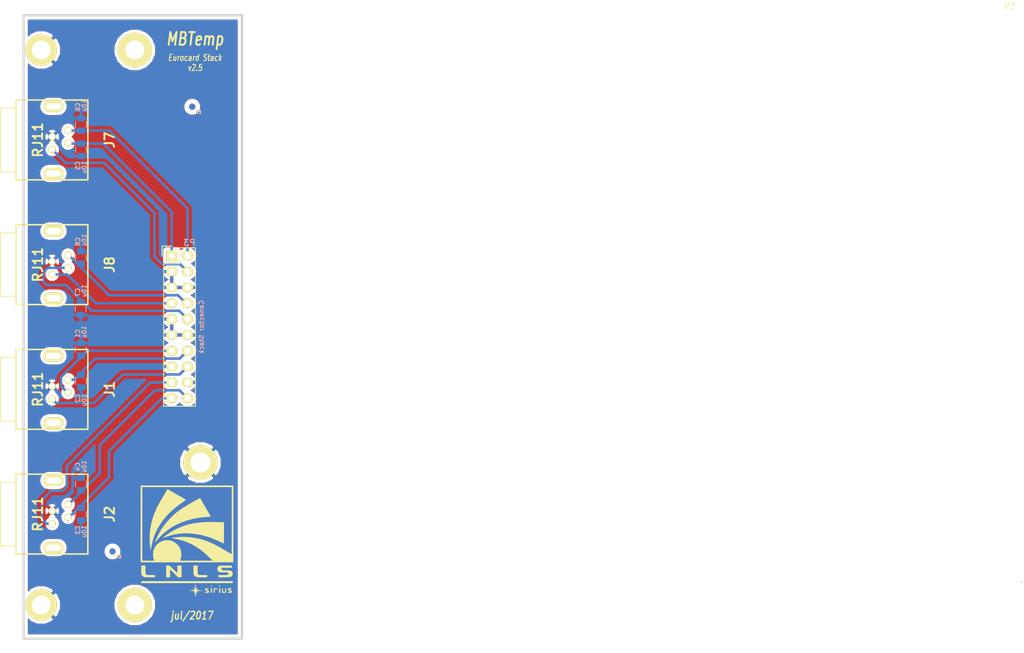
<source format=kicad_pcb>
(kicad_pcb (version 4) (host pcbnew 4.0.4+e1-6308~48~ubuntu15.10.1-stable)

  (general
    (links 42)
    (no_connects 0)
    (area 58.955379 43.2816 223.47282 148.28182)
    (thickness 1.6002)
    (drawings 9)
    (tracks 85)
    (zones 0)
    (modules 20)
    (nets 14)
  )

  (page A4)
  (layers
    (0 Superior signal)
    (31 Inferior signal)
    (32 B.Adhes user)
    (33 F.Adhes user)
    (34 B.Paste user)
    (35 F.Paste user)
    (36 B.SilkS user)
    (37 F.SilkS user)
    (38 B.Mask user)
    (39 F.Mask user)
    (40 Dwgs.User user)
    (41 Cmts.User user)
    (42 Eco1.User user)
    (43 Eco2.User user)
    (44 Edge.Cuts user)
  )

  (setup
    (last_trace_width 0.2032)
    (user_trace_width 0.254)
    (user_trace_width 0.3048)
    (user_trace_width 0.4064)
    (user_trace_width 0.6096)
    (user_trace_width 0.8128)
    (user_trace_width 1.00076)
    (user_trace_width 1.19888)
    (user_trace_width 5.5)
    (trace_clearance 0.21082)
    (zone_clearance 0.5)
    (zone_45_only yes)
    (trace_min 0.2032)
    (segment_width 0.381)
    (edge_width 0.381)
    (via_size 0.889)
    (via_drill 0.635)
    (via_min_size 0.889)
    (via_min_drill 0.508)
    (uvia_size 0.508)
    (uvia_drill 0.127)
    (uvias_allowed no)
    (uvia_min_size 0.508)
    (uvia_min_drill 0.127)
    (pcb_text_width 0.3048)
    (pcb_text_size 1.524 2.032)
    (mod_edge_width 0.1)
    (mod_text_size 1.524 1.524)
    (mod_text_width 0.3048)
    (pad_size 1 1)
    (pad_drill 0)
    (pad_to_mask_clearance 0.254)
    (aux_axis_origin 0 0)
    (visible_elements 7FFFFFFF)
    (pcbplotparams
      (layerselection 0x01fff_80000001)
      (usegerberextensions true)
      (excludeedgelayer true)
      (linewidth 0.150000)
      (plotframeref false)
      (viasonmask false)
      (mode 1)
      (useauxorigin false)
      (hpglpennumber 1)
      (hpglpenspeed 20)
      (hpglpendiameter 15)
      (hpglpenoverlay 0)
      (psnegative false)
      (psa4output false)
      (plotreference true)
      (plotvalue true)
      (plotinvisibletext false)
      (padsonsilk false)
      (subtractmaskfromsilk false)
      (outputformat 1)
      (mirror false)
      (drillshape 0)
      (scaleselection 1)
      (outputdirectory ../Gerber/))
  )

  (net 0 "")
  (net 1 /J7_1)
  (net 2 /J7_2)
  (net 3 /J7_4)
  (net 4 /J8_1)
  (net 5 /J8_2)
  (net 6 /J8_4)
  (net 7 /J1_1)
  (net 8 /J1_2)
  (net 9 /J1_4)
  (net 10 /J2_1)
  (net 11 /J2_2)
  (net 12 /J2_4)
  (net 13 /GND)

  (net_class Default "Esta é a classe de net default."
    (clearance 0.21082)
    (trace_width 0.2032)
    (via_dia 0.889)
    (via_drill 0.635)
    (uvia_dia 0.508)
    (uvia_drill 0.127)
    (add_net /GND)
    (add_net /J1_1)
    (add_net /J1_2)
    (add_net /J1_4)
    (add_net /J2_1)
    (add_net /J2_2)
    (add_net /J2_4)
    (add_net /J7_1)
    (add_net /J7_2)
    (add_net /J7_4)
    (add_net /J8_1)
    (add_net /J8_2)
    (add_net /J8_4)
  )

  (module Fiducials:Fiducial_1mm_Dia_2.54mm_Outer_CopperBottom (layer Superior) (tedit 5989ADE7) (tstamp 5989AD47)
    (at 77.1906 131.7117)
    (descr "Circular Fiducial, 1mm bare copper bottom; 2.54mm keepout")
    (tags marker)
    (attr virtual)
    (fp_text reference F2 (at 1.0033 0.8509) (layer F.SilkS)
      (effects (font (size 0.5 0.5) (thickness 0.1)))
    )
    (fp_text value "" (at 0 -1.8) (layer F.Fab)
      (effects (font (size 1 1) (thickness 0.15)))
    )
    (fp_circle (center 0 0) (end 1.55 0) (layer B.CrtYd) (width 0.05))
    (pad ~ smd circle (at 0 0) (size 1 1) (layers Inferior B.Mask)
      (solder_mask_margin 0.77) (clearance 0.77))
  )

  (module Fiducials:Fiducial_1mm_Dia_2.54mm_Outer_CopperBottom (layer Inferior) (tedit 5989ADED) (tstamp 5989AD41)
    (at 77.1906 131.7117)
    (descr "Circular Fiducial, 1mm bare copper bottom; 2.54mm keepout")
    (tags marker)
    (attr virtual)
    (fp_text reference F4 (at 0.9779 0.8763) (layer B.SilkS)
      (effects (font (size 0.5 0.5) (thickness 0.1)) (justify mirror))
    )
    (fp_text value "" (at 0 1.8) (layer B.Fab)
      (effects (font (size 1 1) (thickness 0.15)) (justify mirror))
    )
    (fp_circle (center 0 0) (end 1.55 0) (layer F.CrtYd) (width 0.05))
    (pad ~ smd circle (at 0 0) (size 1 1) (layers Superior F.Mask)
      (solder_mask_margin 0.77) (clearance 0.77))
  )

  (module Fiducials:Fiducial_1mm_Dia_2.54mm_Outer_CopperBottom (layer Inferior) (tedit 5989AD80) (tstamp 5989AD06)
    (at 89.9668 60.4012)
    (descr "Circular Fiducial, 1mm bare copper bottom; 2.54mm keepout")
    (tags marker)
    (attr virtual)
    (fp_text reference F3 (at 1.016 0.8509) (layer B.SilkS)
      (effects (font (size 0.5 0.5) (thickness 0.1)) (justify mirror))
    )
    (fp_text value "" (at 0 1.8) (layer B.Fab)
      (effects (font (size 1 1) (thickness 0.15)) (justify mirror))
    )
    (fp_circle (center 0 0) (end 1.55 0) (layer F.CrtYd) (width 0.05))
    (pad ~ smd circle (at 0 0) (size 1 1) (layers Superior F.Mask)
      (solder_mask_margin 0.77) (clearance 0.77))
  )

  (module CONTROLE:Eurocard_template (layer Superior) (tedit 59691D6E) (tstamp 596ABAF3)
    (at 223.012 145.796 180)
    (fp_text reference P? (at 2 101.5 180) (layer F.SilkS)
      (effects (font (size 1 1) (thickness 0.15)))
    )
    (fp_text value C64AC (at 6.9 -1.4 180) (layer Cmts.User)
      (effects (font (size 1 1) (thickness 0.15)))
    )
    (fp_circle (center 142.24 5.5) (end 142.24 4) (layer F.SilkS) (width 0.15))
    (fp_circle (center 142.24 94.5) (end 142.24 96) (layer F.SilkS) (width 0.15))
    (fp_circle (center 157.24 94.5) (end 157.24 93.1) (layer F.SilkS) (width 0.15))
    (fp_circle (center 157.24 5.5) (end 157.24 4.1) (layer F.SilkS) (width 0.15))
    (pad 0 thru_hole circle (at 142.24 94.5 180) (size 5.5 5.5) (drill 3) (layers *.Cu *.Mask F.SilkS))
    (pad 0 thru_hole circle (at 142.24 5.5 180) (size 5.5 5.5) (drill 3) (layers *.Cu *.Mask F.SilkS))
    (pad 1 thru_hole circle (at 157.24 5.5 180) (size 5 5) (drill 3) (layers *.Cu *.Mask F.SilkS)
      (net 13 /GND))
    (pad 2 thru_hole circle (at 157.24 94.5 180) (size 5 5) (drill 3) (layers *.Cu *.Mask F.SilkS)
      (net 13 /GND))
  )

  (module Pin_Headers:Pin_Header_Straight_2x10 (layer Superior) (tedit 59691D9D) (tstamp 57D81FB2)
    (at 87.9412 95.72)
    (descr "Through hole pin header")
    (tags "pin header")
    (path /57D822AE)
    (fp_text reference P3 (at 1.5788 -13.52) (layer B.SilkS)
      (effects (font (size 1 1) (thickness 0.15)) (justify mirror))
    )
    (fp_text value "Conector Stack" (at 3.5088 0 90) (layer B.SilkS)
      (effects (font (size 0.75 0.75) (thickness 0.15)) (justify mirror))
    )
    (fp_line (start -3.02 -13.18) (end -3.02 13.22) (layer F.CrtYd) (width 0.05))
    (fp_line (start 3.03 -13.18) (end 3.03 13.22) (layer F.CrtYd) (width 0.05))
    (fp_line (start -3.02 -13.18) (end 3.03 -13.18) (layer F.CrtYd) (width 0.05))
    (fp_line (start -3.02 13.22) (end 3.03 13.22) (layer F.CrtYd) (width 0.05))
    (fp_line (start 2.54 12.7) (end 2.54 -12.7) (layer F.SilkS) (width 0.15))
    (fp_line (start -2.54 -10.16) (end -2.54 12.7) (layer F.SilkS) (width 0.15))
    (fp_line (start 2.54 12.7) (end -2.54 12.7) (layer F.SilkS) (width 0.15))
    (fp_line (start 2.54 -12.7) (end 0 -12.7) (layer F.SilkS) (width 0.15))
    (fp_line (start -1.27 -12.98) (end -2.82 -12.98) (layer F.SilkS) (width 0.15))
    (fp_line (start 0 -12.7) (end 0 -10.16) (layer F.SilkS) (width 0.15))
    (fp_line (start 0 -10.16) (end -2.54 -10.16) (layer F.SilkS) (width 0.15))
    (fp_line (start -2.82 -12.98) (end -2.82 -11.43) (layer F.SilkS) (width 0.15))
    (pad 1 thru_hole rect (at -1.27 -11.43) (size 1.7272 1.7272) (drill 1.016) (layers *.Cu *.Mask F.SilkS)
      (net 1 /J7_1))
    (pad 2 thru_hole oval (at 1.27 -11.43) (size 1.8 1.5) (drill 1.016) (layers *.Cu *.Mask F.SilkS)
      (net 2 /J7_2))
    (pad 3 thru_hole oval (at -1.27 -8.89) (size 1.8 1.5) (drill 1.016) (layers *.Cu *.Mask F.SilkS)
      (net 13 /GND))
    (pad 4 thru_hole oval (at 1.27 -8.89) (size 1.8 1.5) (drill 1.016) (layers *.Cu *.Mask F.SilkS)
      (net 3 /J7_4))
    (pad 5 thru_hole oval (at -1.27 -6.35) (size 1.8 1.5) (drill 1.016) (layers *.Cu *.Mask F.SilkS)
      (net 13 /GND))
    (pad 6 thru_hole oval (at 1.27 -6.35) (size 1.8 1.5) (drill 1.016) (layers *.Cu *.Mask F.SilkS)
      (net 13 /GND))
    (pad 7 thru_hole oval (at -1.27 -3.81) (size 1.8 1.5) (drill 1.016) (layers *.Cu *.Mask F.SilkS)
      (net 6 /J8_4))
    (pad 8 thru_hole oval (at 1.27 -3.81) (size 1.8 1.5) (drill 1.016) (layers *.Cu *.Mask F.SilkS)
      (net 5 /J8_2))
    (pad 9 thru_hole oval (at -1.27 -1.27) (size 1.7272 1.7272) (drill 1.016) (layers *.Cu *.Mask F.SilkS)
      (net 13 /GND))
    (pad 10 thru_hole oval (at 1.27 -1.27) (size 1.7272 1.7272) (drill 1.016) (layers *.Cu *.Mask F.SilkS)
      (net 4 /J8_1))
    (pad 11 thru_hole oval (at -1.27 1.27) (size 1.8 1.5) (drill 1.016) (layers *.Cu *.Mask F.SilkS)
      (net 13 /GND))
    (pad 12 thru_hole oval (at 1.27 1.27) (size 1.8 1.5) (drill 1.016) (layers *.Cu *.Mask F.SilkS)
      (net 13 /GND))
    (pad 13 thru_hole oval (at -1.27 3.81) (size 1.8 1.5) (drill 1.016) (layers *.Cu *.Mask F.SilkS)
      (net 7 /J1_1))
    (pad 14 thru_hole oval (at 1.27 3.81) (size 1.8 1.5) (drill 1.016) (layers *.Cu *.Mask F.SilkS)
      (net 8 /J1_2))
    (pad 15 thru_hole oval (at -1.27 6.35) (size 1.8 1.5) (drill 1.016) (layers *.Cu *.Mask F.SilkS)
      (net 13 /GND))
    (pad 16 thru_hole oval (at 1.27 6.35) (size 1.8 1.5) (drill 1.016) (layers *.Cu *.Mask F.SilkS)
      (net 9 /J1_4))
    (pad 17 thru_hole oval (at -1.27 8.89) (size 1.8 1.5) (drill 1.016) (layers *.Cu *.Mask F.SilkS)
      (net 12 /J2_4))
    (pad 18 thru_hole oval (at 1.27 8.89) (size 1.8 1.5) (drill 1.016) (layers *.Cu *.Mask F.SilkS)
      (net 13 /GND))
    (pad 19 thru_hole oval (at -1.27 11.43) (size 1.8 1.5) (drill 1.016) (layers *.Cu *.Mask F.SilkS)
      (net 10 /J2_1))
    (pad 20 thru_hole oval (at 1.27 11.43) (size 1.8 1.5) (drill 1.016) (layers *.Cu *.Mask F.SilkS)
      (net 11 /J2_2))
    (model Pin_Headers.3dshapes/Pin_Header_Straight_2x10.wrl
      (at (xyz 0.05 -0.45 0))
      (scale (xyz 1 1 1))
      (rotate (xyz 0 0 90))
    )
  )

  (module Mounting_Holes:MountingHole_3.2mm_M3_ISO14580_Pad (layer Superior) (tedit 5903442A) (tstamp 57EA6B42)
    (at 91.2876 117.4496)
    (descr "Mounting Hole 3.2mm, M3, ISO14580")
    (tags "mounting hole 3.2mm m3 iso14580")
    (fp_text reference REF** (at 0 -3.75) (layer Dwgs.User)
      (effects (font (size 1 1) (thickness 0.15)))
    )
    (fp_text value "" (at 0 3.75) (layer F.Fab)
      (effects (font (size 1 1) (thickness 0.15)))
    )
    (fp_circle (center 0 0) (end 2.75 0) (layer Cmts.User) (width 0.15))
    (fp_circle (center 0 0) (end 3 0) (layer F.CrtYd) (width 0.05))
    (pad 1 thru_hole circle (at 0 0) (size 5.5 5.5) (drill 3.2) (layers *.Cu *.Mask F.SilkS)
      (net 13 /GND))
  )

  (module CONTROLE:RJ11-4P4C-HIROSE (layer Superior) (tedit 57EA6E1E) (tstamp 526E90B4)
    (at 61.7412 125.72 270)
    (path /4DDB95FC)
    (fp_text reference J2 (at 0 -14.99 270) (layer F.SilkS)
      (effects (font (thickness 0.3048)))
    )
    (fp_text value RJ11 (at 0 -3.49 270) (layer F.SilkS)
      (effects (font (thickness 0.3048)))
    )
    (fp_line (start -5.1 2.5) (end 5.1 2.5) (layer F.SilkS) (width 0.15))
    (fp_line (start 5.1 0) (end 5.1 2.5) (layer F.SilkS) (width 0.15))
    (fp_line (start -5.1 0) (end -5.1 2.5) (layer F.SilkS) (width 0.15))
    (fp_line (start 6.4 -11.5) (end 6.4 0) (layer F.SilkS) (width 0.25))
    (fp_line (start -6.4 -11.5) (end -6.4 0) (layer F.SilkS) (width 0.25))
    (fp_line (start -6.4 -11.5) (end 6.4 -11.5) (layer F.SilkS) (width 0.25))
    (fp_line (start -6.4 0) (end 6.4 0) (layer F.SilkS) (width 0.25))
    (pad 1 thru_hole circle (at 0.51 -8.34 270) (size 1.16 1.16) (drill 0.8) (layers *.Cu *.Mask F.SilkS)
      (net 10 /J2_1))
    (pad 2 thru_hole circle (at -1.53 -8.34 270) (size 1.16 1.16) (drill 0.8) (layers *.Cu *.Mask F.SilkS)
      (net 11 /J2_2))
    (pad 3 thru_hole circle (at -0.51 -5.79 270) (size 1.16 1.16) (drill 0.8) (layers *.Cu *.Mask F.SilkS)
      (net 13 /GND))
    (pad 4 thru_hole circle (at 1.53 -5.79 270) (size 1.16 1.16) (drill 0.8) (layers *.Cu *.Mask F.SilkS)
      (net 12 /J2_4))
    (pad 8 thru_hole oval (at 5.38 -5.99 270) (size 1.8 3.2) (drill oval 1 2.4) (layers *.Cu *.Mask F.SilkS))
    (pad 7 thru_hole oval (at -5.38 -5.99 270) (size 1.8 3.2) (drill oval 1 2.4) (layers *.Cu *.Mask F.SilkS))
  )

  (module CONTROLE:RJ11-4P4C-HIROSE (layer Superior) (tedit 57EA6E1A) (tstamp 4EB91947)
    (at 61.7412 105.72 270)
    (path /4DDB95F6)
    (fp_text reference J1 (at 0 -14.99 270) (layer F.SilkS)
      (effects (font (thickness 0.3048)))
    )
    (fp_text value RJ11 (at 0 -3.49 270) (layer F.SilkS)
      (effects (font (thickness 0.3048)))
    )
    (fp_line (start -5.1 2.5) (end 5.1 2.5) (layer F.SilkS) (width 0.15))
    (fp_line (start 5.1 0) (end 5.1 2.5) (layer F.SilkS) (width 0.15))
    (fp_line (start -5.1 0) (end -5.1 2.5) (layer F.SilkS) (width 0.15))
    (fp_line (start 6.4 -11.5) (end 6.4 0) (layer F.SilkS) (width 0.25))
    (fp_line (start -6.4 -11.5) (end -6.4 0) (layer F.SilkS) (width 0.25))
    (fp_line (start -6.4 -11.5) (end 6.4 -11.5) (layer F.SilkS) (width 0.25))
    (fp_line (start -6.4 0) (end 6.4 0) (layer F.SilkS) (width 0.25))
    (pad 1 thru_hole circle (at 0.51 -8.34 270) (size 1.16 1.16) (drill 0.8) (layers *.Cu *.Mask F.SilkS)
      (net 7 /J1_1))
    (pad 2 thru_hole circle (at -1.53 -8.34 270) (size 1.16 1.16) (drill 0.8) (layers *.Cu *.Mask F.SilkS)
      (net 8 /J1_2))
    (pad 3 thru_hole circle (at -0.51 -5.79 270) (size 1.16 1.16) (drill 0.8) (layers *.Cu *.Mask F.SilkS)
      (net 13 /GND))
    (pad 4 thru_hole circle (at 1.53 -5.79 270) (size 1.16 1.16) (drill 0.8) (layers *.Cu *.Mask F.SilkS)
      (net 9 /J1_4))
    (pad 8 thru_hole oval (at 5.38 -5.99 270) (size 1.8 3.2) (drill oval 1 2.4) (layers *.Cu *.Mask F.SilkS))
    (pad 7 thru_hole oval (at -5.38 -5.99 270) (size 1.8 3.2) (drill oval 1 2.4) (layers *.Cu *.Mask F.SilkS))
  )

  (module CONTROLE:RJ11-4P4C-HIROSE (layer Superior) (tedit 57EA6E14) (tstamp 4EB9194D)
    (at 61.7412 85.72 270)
    (path /4DDB9605)
    (fp_text reference J8 (at 0 -14.99 270) (layer F.SilkS)
      (effects (font (thickness 0.3048)))
    )
    (fp_text value RJ11 (at 0 -3.49 270) (layer F.SilkS)
      (effects (font (thickness 0.3048)))
    )
    (fp_line (start -5.1 2.5) (end 5.1 2.5) (layer F.SilkS) (width 0.15))
    (fp_line (start 5.1 0) (end 5.1 2.5) (layer F.SilkS) (width 0.15))
    (fp_line (start -5.1 0) (end -5.1 2.5) (layer F.SilkS) (width 0.15))
    (fp_line (start 6.4 -11.5) (end 6.4 0) (layer F.SilkS) (width 0.25))
    (fp_line (start -6.4 -11.5) (end -6.4 0) (layer F.SilkS) (width 0.25))
    (fp_line (start -6.4 -11.5) (end 6.4 -11.5) (layer F.SilkS) (width 0.25))
    (fp_line (start -6.4 0) (end 6.4 0) (layer F.SilkS) (width 0.25))
    (pad 1 thru_hole circle (at 0.51 -8.34 270) (size 1.16 1.16) (drill 0.8) (layers *.Cu *.Mask F.SilkS)
      (net 4 /J8_1))
    (pad 2 thru_hole circle (at -1.53 -8.34 270) (size 1.16 1.16) (drill 0.8) (layers *.Cu *.Mask F.SilkS)
      (net 5 /J8_2))
    (pad 3 thru_hole circle (at -0.51 -5.79 270) (size 1.16 1.16) (drill 0.8) (layers *.Cu *.Mask F.SilkS)
      (net 13 /GND))
    (pad 4 thru_hole circle (at 1.53 -5.79 270) (size 1.16 1.16) (drill 0.8) (layers *.Cu *.Mask F.SilkS)
      (net 6 /J8_4))
    (pad 8 thru_hole oval (at 5.38 -5.99 270) (size 1.8 3.2) (drill oval 1 2.4) (layers *.Cu *.Mask F.SilkS))
    (pad 7 thru_hole oval (at -5.38 -5.99 270) (size 1.8 3.2) (drill oval 1 2.4) (layers *.Cu *.Mask F.SilkS))
  )

  (module CONTROLE:RJ11-4P4C-HIROSE (layer Superior) (tedit 57EA6E0B) (tstamp 4EB9194B)
    (at 61.7412 65.72 270)
    (path /4DDB9601)
    (fp_text reference J7 (at 0 -14.99 270) (layer F.SilkS)
      (effects (font (thickness 0.3048)))
    )
    (fp_text value RJ11 (at 0 -3.49 270) (layer F.SilkS)
      (effects (font (thickness 0.3048)))
    )
    (fp_line (start -5.1 2.5) (end 5.1 2.5) (layer F.SilkS) (width 0.15))
    (fp_line (start 5.1 0) (end 5.1 2.5) (layer F.SilkS) (width 0.15))
    (fp_line (start -5.1 0) (end -5.1 2.5) (layer F.SilkS) (width 0.15))
    (fp_line (start 6.4 -11.5) (end 6.4 0) (layer F.SilkS) (width 0.25))
    (fp_line (start -6.4 -11.5) (end -6.4 0) (layer F.SilkS) (width 0.25))
    (fp_line (start -6.4 -11.5) (end 6.4 -11.5) (layer F.SilkS) (width 0.25))
    (fp_line (start -6.4 0) (end 6.4 0) (layer F.SilkS) (width 0.25))
    (pad 1 thru_hole circle (at 0.51 -8.34 270) (size 1.16 1.16) (drill 0.8) (layers *.Cu *.Mask F.SilkS)
      (net 1 /J7_1))
    (pad 2 thru_hole circle (at -1.53 -8.34 270) (size 1.16 1.16) (drill 0.8) (layers *.Cu *.Mask F.SilkS)
      (net 2 /J7_2))
    (pad 3 thru_hole circle (at -0.51 -5.79 270) (size 1.16 1.16) (drill 0.8) (layers *.Cu *.Mask F.SilkS)
      (net 13 /GND))
    (pad 4 thru_hole circle (at 1.53 -5.79 270) (size 1.16 1.16) (drill 0.8) (layers *.Cu *.Mask F.SilkS)
      (net 3 /J7_4))
    (pad 8 thru_hole oval (at 5.38 -5.99 270) (size 1.8 3.2) (drill oval 1 2.4) (layers *.Cu *.Mask F.SilkS))
    (pad 7 thru_hole oval (at -5.38 -5.99 270) (size 1.8 3.2) (drill oval 1 2.4) (layers *.Cu *.Mask F.SilkS))
  )

  (module CONTROLE:LNLS_LOGO_Silk (layer Superior) (tedit 5903440B) (tstamp 58259E87)
    (at 89.154 129.794)
    (fp_text reference "" (at 0 0) (layer F.SilkS) hide
      (effects (font (thickness 0.3)))
    )
    (fp_text value "" (at 0.75 0) (layer F.SilkS) hide
      (effects (font (thickness 0.3)))
    )
    (fp_poly (pts (xy 1.364287 7.214795) (xy 1.369937 7.235488) (xy 1.38786 7.326207) (xy 1.407997 7.465123)
      (xy 1.426056 7.622552) (xy 1.426423 7.626257) (xy 1.442664 7.770152) (xy 1.459204 7.883088)
      (xy 1.472737 7.942875) (xy 1.473941 7.945323) (xy 1.511517 7.943959) (xy 1.577803 7.897841)
      (xy 1.586584 7.88981) (xy 1.667171 7.831416) (xy 1.706132 7.83328) (xy 1.693749 7.884314)
      (xy 1.641231 7.952153) (xy 1.586563 8.023599) (xy 1.572479 8.071078) (xy 1.574706 8.074501)
      (xy 1.622047 8.088456) (xy 1.729177 8.105752) (xy 1.877961 8.123742) (xy 1.981912 8.133968)
      (xy 2.189872 8.153713) (xy 2.323016 8.169446) (xy 2.384486 8.182652) (xy 2.377427 8.19481)
      (xy 2.304981 8.207405) (xy 2.170292 8.221917) (xy 2.168769 8.222065) (xy 1.995103 8.239439)
      (xy 1.82101 8.257764) (xy 1.70626 8.270549) (xy 1.517289 8.292564) (xy 1.625257 8.405259)
      (xy 1.692237 8.491092) (xy 1.705054 8.540823) (xy 1.669727 8.543612) (xy 1.592272 8.488621)
      (xy 1.583481 8.480505) (xy 1.53058 8.434908) (xy 1.494411 8.422849) (xy 1.470076 8.454153)
      (xy 1.452677 8.538645) (xy 1.437317 8.686149) (xy 1.428473 8.791455) (xy 1.40698 8.976987)
      (xy 1.379105 9.092732) (xy 1.345891 9.135825) (xy 1.312419 9.11033) (xy 1.297841 9.054402)
      (xy 1.281498 8.942141) (xy 1.266397 8.795222) (xy 1.263139 8.755232) (xy 1.247231 8.586215)
      (xy 1.228552 8.486962) (xy 1.202852 8.449098) (xy 1.16588 8.464248) (xy 1.133231 8.49923)
      (xy 1.076821 8.548354) (xy 1.050292 8.557846) (xy 1.016907 8.532223) (xy 1.028649 8.470816)
      (xy 1.079358 8.396812) (xy 1.097885 8.378623) (xy 1.179769 8.304518) (xy 1.088115 8.278769)
      (xy 0.994294 8.262147) (xy 0.862862 8.249841) (xy 0.801077 8.246873) (xy 0.646188 8.236525)
      (xy 0.492865 8.217983) (xy 0.449385 8.210515) (xy 0.372355 8.194468) (xy 0.348454 8.183148)
      (xy 0.384742 8.173081) (xy 0.488276 8.160792) (xy 0.566615 8.152815) (xy 0.735889 8.135185)
      (xy 0.901507 8.116932) (xy 1.010617 8.104072) (xy 1.181081 8.082818) (xy 1.072082 7.969047)
      (xy 1.005384 7.883719) (xy 0.991127 7.832892) (xy 1.023981 7.827783) (xy 1.098616 7.879611)
      (xy 1.109724 7.88981) (xy 1.177596 7.940502) (xy 1.219525 7.94796) (xy 1.221672 7.945323)
      (xy 1.234984 7.892217) (xy 1.25152 7.785265) (xy 1.266441 7.659076) (xy 1.284416 7.500964)
      (xy 1.303964 7.352871) (xy 1.31721 7.268307) (xy 1.334407 7.180892) (xy 1.347121 7.164909)
      (xy 1.364287 7.214795)) (layer F.SilkS) (width 0.01))
    (fp_poly (pts (xy 3.327469 7.817974) (xy 3.401775 7.829448) (xy 3.43301 7.855364) (xy 3.438769 7.893538)
      (xy 3.429826 7.937936) (xy 3.390871 7.961541) (xy 3.303714 7.970698) (xy 3.214077 7.971905)
      (xy 2.989385 7.972119) (xy 3.253154 8.130378) (xy 3.396533 8.222537) (xy 3.479813 8.293401)
      (xy 3.514277 8.353493) (xy 3.516923 8.376349) (xy 3.502315 8.462341) (xy 3.450265 8.517264)
      (xy 3.348436 8.547025) (xy 3.184491 8.557531) (xy 3.137877 8.557846) (xy 2.990445 8.555901)
      (xy 2.904734 8.547073) (xy 2.864346 8.526869) (xy 2.852884 8.490797) (xy 2.852615 8.479692)
      (xy 2.860882 8.436712) (xy 2.897387 8.413039) (xy 2.979692 8.403016) (xy 3.096846 8.401007)
      (xy 3.341077 8.400477) (xy 3.096846 8.255715) (xy 2.964678 8.172151) (xy 2.889366 8.108032)
      (xy 2.857084 8.049452) (xy 2.852615 8.01006) (xy 2.868143 7.913587) (xy 2.923111 7.853788)
      (xy 3.030101 7.82346) (xy 3.192585 7.815384) (xy 3.327469 7.817974)) (layer F.SilkS) (width 0.01))
    (fp_poly (pts (xy 3.933411 7.817962) (xy 3.961954 7.835455) (xy 3.977635 7.882504) (xy 3.984307 7.973746)
      (xy 3.985821 8.123821) (xy 3.985846 8.186615) (xy 3.985168 8.358593) (xy 3.980564 8.467056)
      (xy 3.968183 8.526644) (xy 3.944172 8.551996) (xy 3.904678 8.557752) (xy 3.888154 8.557846)
      (xy 3.842896 8.555268) (xy 3.814353 8.537774) (xy 3.798672 8.490726) (xy 3.792001 8.399484)
      (xy 3.790486 8.249409) (xy 3.790461 8.186615) (xy 3.79114 8.014637) (xy 3.795743 7.906174)
      (xy 3.808124 7.846586) (xy 3.832136 7.821233) (xy 3.871629 7.815478) (xy 3.888154 7.815384)
      (xy 3.933411 7.817962)) (layer F.SilkS) (width 0.01))
    (fp_poly (pts (xy 4.734238 7.817974) (xy 4.808545 7.829448) (xy 4.839779 7.855364) (xy 4.845538 7.893538)
      (xy 4.83621 7.938703) (xy 4.795876 7.962231) (xy 4.706016 7.970858) (xy 4.630615 7.971692)
      (xy 4.415692 7.971692) (xy 4.415692 8.264769) (xy 4.413846 8.414615) (xy 4.405429 8.502536)
      (xy 4.386122 8.544728) (xy 4.351607 8.557386) (xy 4.337538 8.557846) (xy 4.299171 8.551532)
      (xy 4.275907 8.522288) (xy 4.264023 8.45466) (xy 4.259796 8.333196) (xy 4.259385 8.233507)
      (xy 4.265283 8.052362) (xy 4.2819 7.923926) (xy 4.306277 7.862276) (xy 4.369803 7.836708)
      (xy 4.4867 7.819891) (xy 4.599354 7.815384) (xy 4.734238 7.817974)) (layer F.SilkS) (width 0.01))
    (fp_poly (pts (xy 5.262026 7.817962) (xy 5.290569 7.835455) (xy 5.306251 7.882504) (xy 5.312922 7.973746)
      (xy 5.314437 8.123821) (xy 5.314461 8.186615) (xy 5.313783 8.358593) (xy 5.309179 8.467056)
      (xy 5.296798 8.526644) (xy 5.272787 8.551996) (xy 5.233294 8.557752) (xy 5.216769 8.557846)
      (xy 5.171512 8.555268) (xy 5.142969 8.537774) (xy 5.127288 8.490726) (xy 5.120616 8.399484)
      (xy 5.119102 8.249409) (xy 5.119077 8.186615) (xy 5.119755 8.014637) (xy 5.124359 7.906174)
      (xy 5.13674 7.846586) (xy 5.160751 7.821233) (xy 5.200244 7.815478) (xy 5.216769 7.815384)
      (xy 5.262026 7.817962)) (layer F.SilkS) (width 0.01))
    (fp_poly (pts (xy 6.212521 7.821698) (xy 6.235785 7.850942) (xy 6.247669 7.91857) (xy 6.251896 8.040033)
      (xy 6.252308 8.139723) (xy 6.246409 8.320868) (xy 6.229792 8.449304) (xy 6.205415 8.510953)
      (xy 6.146323 8.533101) (xy 6.03652 8.548859) (xy 5.902108 8.557308) (xy 5.769189 8.557526)
      (xy 5.663863 8.548596) (xy 5.614051 8.531794) (xy 5.602392 8.483406) (xy 5.593429 8.376289)
      (xy 5.588523 8.229856) (xy 5.588 8.160564) (xy 5.589352 7.995317) (xy 5.595676 7.893202)
      (xy 5.610367 7.839211) (xy 5.636824 7.818336) (xy 5.666154 7.815384) (xy 5.706113 7.822306)
      (xy 5.729558 7.85387) (xy 5.74081 7.926271) (xy 5.744185 8.055705) (xy 5.744308 8.108461)
      (xy 5.744308 8.401538) (xy 6.096 8.401538) (xy 6.096 8.108461) (xy 6.097846 7.958614)
      (xy 6.106263 7.870693) (xy 6.12557 7.828502) (xy 6.160086 7.815844) (xy 6.174154 7.815384)
      (xy 6.212521 7.821698)) (layer F.SilkS) (width 0.01))
    (fp_poly (pts (xy 7.0007 7.817974) (xy 7.075006 7.829448) (xy 7.10624 7.855364) (xy 7.112 7.893538)
      (xy 7.103057 7.937936) (xy 7.064102 7.961541) (xy 6.976945 7.970698) (xy 6.887308 7.971905)
      (xy 6.662615 7.972119) (xy 6.926385 8.130378) (xy 7.069764 8.222537) (xy 7.153044 8.293401)
      (xy 7.187508 8.353493) (xy 7.190154 8.376349) (xy 7.175545 8.462341) (xy 7.123495 8.517264)
      (xy 7.021667 8.547025) (xy 6.857722 8.557531) (xy 6.811108 8.557846) (xy 6.663676 8.555901)
      (xy 6.577964 8.547073) (xy 6.537576 8.526869) (xy 6.526115 8.490797) (xy 6.525846 8.479692)
      (xy 6.534112 8.436712) (xy 6.570618 8.413039) (xy 6.652923 8.403016) (xy 6.770077 8.401007)
      (xy 7.014308 8.400477) (xy 6.770077 8.255715) (xy 6.637909 8.172151) (xy 6.562597 8.108032)
      (xy 6.530315 8.049452) (xy 6.525846 8.01006) (xy 6.541373 7.913587) (xy 6.596342 7.853788)
      (xy 6.703332 7.82346) (xy 6.865815 7.815384) (xy 7.0007 7.817974)) (layer F.SilkS) (width 0.01))
    (fp_poly (pts (xy 0.976923 7.756769) (xy 0.957385 7.776307) (xy 0.937846 7.756769) (xy 0.957385 7.73723)
      (xy 0.976923 7.756769)) (layer F.SilkS) (width 0.01))
    (fp_poly (pts (xy 3.96476 7.403855) (xy 3.985846 7.463692) (xy 3.96295 7.524977) (xy 3.888154 7.541846)
      (xy 3.811547 7.523529) (xy 3.790461 7.463692) (xy 3.813358 7.402406) (xy 3.888154 7.385538)
      (xy 3.96476 7.403855)) (layer F.SilkS) (width 0.01))
    (fp_poly (pts (xy 5.293376 7.403855) (xy 5.314461 7.463692) (xy 5.291565 7.524977) (xy 5.216769 7.541846)
      (xy 5.140162 7.523529) (xy 5.119077 7.463692) (xy 5.141973 7.402406) (xy 5.216769 7.385538)
      (xy 5.293376 7.403855)) (layer F.SilkS) (width 0.01))
    (fp_poly (pts (xy 7.307385 6.994769) (xy -7.346462 6.994769) (xy -7.346462 6.682153) (xy 7.307385 6.682153)
      (xy 7.307385 6.994769)) (layer F.SilkS) (width 0.01))
    (fp_poly (pts (xy -6.682154 4.847314) (xy -6.682425 5.127233) (xy -6.676852 5.338666) (xy -6.655856 5.491193)
      (xy -6.609858 5.594394) (xy -6.529277 5.657848) (xy -6.404535 5.691135) (xy -6.226052 5.703833)
      (xy -5.984248 5.705523) (xy -5.824238 5.70523) (xy -5.158154 5.70523) (xy -5.158154 6.056923)
      (xy -5.990028 6.056923) (xy -6.267895 6.056482) (xy -6.47961 6.054461) (xy -6.63717 6.049811)
      (xy -6.752576 6.041483) (xy -6.837826 6.02843) (xy -6.904919 6.009602) (xy -6.965855 5.983952)
      (xy -6.996259 5.969) (xy -7.145481 5.867041) (xy -7.249932 5.72337) (xy -7.258539 5.70672)
      (xy -7.290773 5.637245) (xy -7.314034 5.567052) (xy -7.32977 5.482154) (xy -7.339426 5.36857)
      (xy -7.344449 5.212315) (xy -7.346285 4.999405) (xy -7.346462 4.856796) (xy -7.346462 4.18123)
      (xy -6.682154 4.18123) (xy -6.682154 4.847314)) (layer F.SilkS) (width 0.01))
    (fp_poly (pts (xy -0.898769 6.056923) (xy -1.464522 6.056923) (xy -2.099953 5.422367) (xy -2.735385 4.787811)
      (xy -2.735385 6.056923) (xy -3.360615 6.056923) (xy -3.360615 4.18123) (xy -3.096846 4.182116)
      (xy -2.833077 4.183003) (xy -1.563077 5.399827) (xy -1.563077 4.18123) (xy -0.898769 4.18123)
      (xy -0.898769 6.056923)) (layer F.SilkS) (width 0.01))
    (fp_poly (pts (xy 1.680308 4.847314) (xy 1.680667 5.090149) (xy 1.682798 5.267373) (xy 1.688279 5.391531)
      (xy 1.698689 5.475167) (xy 1.715607 5.530823) (xy 1.740612 5.571044) (xy 1.775284 5.608374)
      (xy 1.776224 5.609314) (xy 1.813636 5.644231) (xy 1.853646 5.669444) (xy 1.908798 5.686534)
      (xy 1.991635 5.697078) (xy 2.114702 5.702656) (xy 2.290541 5.704847) (xy 2.531696 5.70523)
      (xy 3.204308 5.70523) (xy 3.204308 6.056923) (xy 2.372434 6.056923) (xy 2.094566 6.056482)
      (xy 1.882852 6.054461) (xy 1.725291 6.049811) (xy 1.609886 6.041483) (xy 1.524636 6.02843)
      (xy 1.457542 6.009602) (xy 1.396607 5.983952) (xy 1.366203 5.969) (xy 1.216981 5.867041)
      (xy 1.112529 5.72337) (xy 1.103923 5.70672) (xy 1.071689 5.637245) (xy 1.048427 5.567052)
      (xy 1.032692 5.482154) (xy 1.023036 5.36857) (xy 1.018013 5.212315) (xy 1.016176 4.999405)
      (xy 1.016 4.856796) (xy 1.016 4.18123) (xy 1.680308 4.18123) (xy 1.680308 4.847314)) (layer F.SilkS) (width 0.01))
    (fp_poly (pts (xy 7.151077 4.532923) (xy 5.589802 4.532923) (xy 5.527508 4.627994) (xy 5.492442 4.739362)
      (xy 5.529325 4.840732) (xy 5.632087 4.917541) (xy 5.651535 4.925562) (xy 5.724185 4.938672)
      (xy 5.858443 4.949778) (xy 6.03777 4.957986) (xy 6.245629 4.962403) (xy 6.342775 4.962915)
      (xy 6.576338 4.964018) (xy 6.74613 4.968241) (xy 6.866517 4.977154) (xy 6.951864 4.992329)
      (xy 7.01654 5.015335) (xy 7.065505 5.041924) (xy 7.19788 5.165042) (xy 7.278549 5.328998)
      (xy 7.303122 5.512428) (xy 7.267208 5.693967) (xy 7.218682 5.787375) (xy 7.161585 5.866431)
      (xy 7.101662 5.928354) (xy 7.028969 5.975224) (xy 6.933561 6.009121) (xy 6.805493 6.032122)
      (xy 6.634823 6.046309) (xy 6.411604 6.05376) (xy 6.125893 6.056555) (xy 5.929923 6.056862)
      (xy 5.001846 6.056923) (xy 5.001846 5.70523) (xy 5.75779 5.70523) (xy 6.021521 5.704621)
      (xy 6.218186 5.70215) (xy 6.358866 5.696852) (xy 6.454643 5.687762) (xy 6.516599 5.673915)
      (xy 6.555816 5.654347) (xy 6.578405 5.633769) (xy 6.636508 5.523833) (xy 6.624101 5.414954)
      (xy 6.556228 5.336215) (xy 6.50673 5.312108) (xy 6.430062 5.295015) (xy 6.314211 5.283901)
      (xy 6.147161 5.277728) (xy 5.916899 5.275462) (xy 5.850903 5.275384) (xy 5.579027 5.272982)
      (xy 5.373023 5.26362) (xy 5.220699 5.244069) (xy 5.109862 5.211097) (xy 5.028318 5.161473)
      (xy 4.963876 5.091966) (xy 4.92211 5.029256) (xy 4.860707 4.864272) (xy 4.849104 4.675259)
      (xy 4.887466 4.496776) (xy 4.919225 4.432103) (xy 4.968871 4.359156) (xy 5.024941 4.301815)
      (xy 5.096981 4.258221) (xy 5.19454 4.226518) (xy 5.327166 4.20485) (xy 5.504406 4.19136)
      (xy 5.735808 4.184192) (xy 6.030921 4.181488) (xy 6.209367 4.18123) (xy 7.151077 4.18123)
      (xy 7.151077 4.532923)) (layer F.SilkS) (width 0.01))
    (fp_poly (pts (xy 7.405077 3.653692) (xy -0.010957 3.663562) (xy -0.936873 3.664703) (xy -1.787446 3.665549)
      (xy -2.565485 3.666086) (xy -3.273799 3.666298) (xy -3.9152 3.66617) (xy -4.492496 3.665689)
      (xy -5.008496 3.664839) (xy -5.466012 3.663605) (xy -5.867853 3.661973) (xy -6.216827 3.659928)
      (xy -6.515746 3.657455) (xy -6.767419 3.654539) (xy -6.974655 3.651166) (xy -7.140265 3.64732)
      (xy -7.267058 3.642988) (xy -7.357843 3.638154) (xy -7.415431 3.632803) (xy -7.442632 3.626921)
      (xy -7.445608 3.624485) (xy -7.447632 3.580551) (xy -7.449468 3.462691) (xy -7.451111 3.27513)
      (xy -7.452555 3.022096) (xy -7.453794 2.707815) (xy -7.454822 2.336513) (xy -7.455633 1.912419)
      (xy -7.456222 1.439757) (xy -7.456582 0.922756) (xy -7.456708 0.365642) (xy -7.456593 -0.22736)
      (xy -7.456233 -0.852021) (xy -7.45562 -1.504115) (xy -7.454749 -2.179416) (xy -7.45419 -2.54)
      (xy -7.444571 -8.401539) (xy -7.190154 -8.401539) (xy -7.190154 3.399692) (xy -6.232769 3.399692)
      (xy -5.968539 3.399258) (xy -5.732246 3.398039) (xy -5.534459 3.396158) (xy -5.385749 3.393737)
      (xy -5.296683 3.3909) (xy -5.275385 3.388568) (xy -5.287711 3.349064) (xy -5.319874 3.256961)
      (xy -5.360501 3.144337) (xy -5.424266 2.900854) (xy -5.460591 2.612609) (xy -5.468745 2.308288)
      (xy -5.447997 2.016577) (xy -5.397616 1.766163) (xy -5.395779 1.760049) (xy -5.239485 1.372098)
      (xy -5.02282 1.025841) (xy -4.753333 0.726974) (xy -4.438574 0.481195) (xy -4.086092 0.2942)
      (xy -3.703437 0.171685) (xy -3.298158 0.119348) (xy -3.219411 0.117808) (xy -2.904822 0.132754)
      (xy -2.628679 0.184244) (xy -2.356743 0.280103) (xy -2.207846 0.348989) (xy -1.844385 0.569215)
      (xy -1.535707 0.841101) (xy -1.285678 1.157526) (xy -1.098159 1.51137) (xy -0.977016 1.895511)
      (xy -0.926112 2.302829) (xy -0.943118 2.679916) (xy -0.972721 2.859882) (xy -1.014218 3.041174)
      (xy -1.056606 3.178657) (xy -1.098683 3.290969) (xy -1.126508 3.368325) (xy -1.133211 3.389923)
      (xy -1.095206 3.391585) (xy -0.985454 3.393159) (xy -0.810363 3.394619) (xy -0.576341 3.395942)
      (xy -0.289795 3.397104) (xy 0.042867 3.39808) (xy 0.415237 3.398847) (xy 0.820909 3.399381)
      (xy 1.253475 3.399658) (xy 1.471783 3.399692) (xy 4.076797 3.399692) (xy 3.591706 2.907758)
      (xy 2.911478 2.263027) (xy 2.216749 1.694352) (xy 1.505605 1.200657) (xy 0.776132 0.780864)
      (xy 0.026417 0.433897) (xy -0.745455 0.158677) (xy -1.541397 -0.045872) (xy -1.719385 -0.081394)
      (xy -1.937685 -0.123384) (xy -2.131563 -0.161841) (xy -2.286897 -0.193872) (xy -2.389563 -0.216582)
      (xy -2.422769 -0.225474) (xy -2.424982 -0.242774) (xy -2.357953 -0.26417) (xy -2.230413 -0.288425)
      (xy -2.051091 -0.314304) (xy -1.828719 -0.340569) (xy -1.572026 -0.365984) (xy -1.289743 -0.389314)
      (xy -1.239956 -0.392975) (xy -0.392436 -0.415889) (xy 0.466554 -0.364475) (xy 1.32999 -0.240344)
      (xy 2.19085 -0.045102) (xy 3.04211 0.219643) (xy 3.876748 0.552281) (xy 4.68774 0.951206)
      (xy 4.729365 0.97386) (xy 4.900041 1.068571) (xy 5.122508 1.194084) (xy 5.381228 1.341517)
      (xy 5.660662 1.501986) (xy 5.945274 1.666609) (xy 6.162432 1.793099) (xy 6.408117 1.936252)
      (xy 6.631571 2.065584) (xy 6.823997 2.176074) (xy 6.976598 2.262699) (xy 7.080576 2.320438)
      (xy 7.127136 2.344269) (xy 7.128528 2.344615) (xy 7.13122 2.306282) (xy 7.133819 2.194256)
      (xy 7.136308 2.013) (xy 7.138669 1.766974) (xy 7.140881 1.460642) (xy 7.142927 1.098463)
      (xy 7.144788 0.684899) (xy 7.146444 0.224413) (xy 7.147878 -0.278534) (xy 7.149071 -0.819481)
      (xy 7.150004 -1.393967) (xy 7.150657 -1.997528) (xy 7.151014 -2.625705) (xy 7.151077 -3.028462)
      (xy 7.151077 -8.401539) (xy -7.190154 -8.401539) (xy -7.444571 -8.401539) (xy -7.444154 -8.655539)
      (xy 7.405077 -8.655539) (xy 7.405077 3.653692)) (layer F.SilkS) (width 0.01))
    (fp_poly (pts (xy -3.029847 -8.013203) (xy -2.958267 -7.970998) (xy -2.828937 -7.895832) (xy -2.651966 -7.793509)
      (xy -2.437465 -7.669836) (xy -2.195543 -7.53062) (xy -1.936311 -7.381665) (xy -1.669878 -7.228779)
      (xy -1.406354 -7.077767) (xy -1.15585 -6.934435) (xy -0.928475 -6.804591) (xy -0.734339 -6.69404)
      (xy -0.615528 -6.626656) (xy -0.455103 -6.534078) (xy -0.322934 -6.454316) (xy -0.232087 -6.395507)
      (xy -0.195629 -6.365792) (xy -0.195451 -6.364994) (xy -0.225898 -6.335258) (xy -0.309229 -6.271027)
      (xy -0.43335 -6.181232) (xy -0.586167 -6.074806) (xy -0.615462 -6.054796) (xy -1.386469 -5.502773)
      (xy -2.084122 -4.945683) (xy -2.713221 -4.378384) (xy -3.278565 -3.795732) (xy -3.784954 -3.192583)
      (xy -4.237188 -2.563796) (xy -4.640066 -1.904225) (xy -4.843614 -1.524) (xy -5.058874 -1.08115)
      (xy -5.23821 -0.661742) (xy -5.38906 -0.243876) (xy -5.518861 0.194347) (xy -5.635052 0.674826)
      (xy -5.705556 1.013868) (xy -5.75986 1.282454) (xy -5.802053 1.476242) (xy -5.832737 1.597545)
      (xy -5.852513 1.648677) (xy -5.861983 1.631952) (xy -5.862778 1.618435) (xy -5.868673 1.566675)
      (xy -5.883566 1.455936) (xy -5.904943 1.304541) (xy -5.921295 1.191846) (xy -5.942936 1.01258)
      (xy -5.964257 0.780034) (xy -5.98333 0.519065) (xy -5.998224 0.25453) (xy -6.003204 0.136769)
      (xy -5.997525 -0.761071) (xy -5.914041 -1.655805) (xy -5.753082 -2.546141) (xy -5.514976 -3.430784)
      (xy -5.200053 -4.308441) (xy -4.80864 -5.177819) (xy -4.507235 -5.748829) (xy -4.409193 -5.922284)
      (xy -4.28059 -6.147043) (xy -4.130647 -6.407141) (xy -3.96859 -6.686613) (xy -3.80364 -6.969494)
      (xy -3.689994 -7.163373) (xy -3.148463 -8.084935) (xy -3.029847 -8.013203)) (layer F.SilkS) (width 0.01))
    (fp_poly (pts (xy 4.504447 -2.798666) (xy 4.713065 -2.794214) (xy 5.900615 -2.765485) (xy 5.900615 -1.050589)
      (xy 5.89997 -0.693121) (xy 5.898125 -0.361043) (xy 5.895214 -0.062231) (xy 5.891373 0.195439)
      (xy 5.886737 0.40409) (xy 5.88144 0.555845) (xy 5.875617 0.642827) (xy 5.871308 0.660958)
      (xy 5.826968 0.643015) (xy 5.727489 0.59654) (xy 5.587371 0.528471) (xy 5.421116 0.445749)
      (xy 5.412154 0.44124) (xy 4.562649 0.041877) (xy 3.734848 -0.288667) (xy 2.919088 -0.553159)
      (xy 2.105708 -0.754364) (xy 1.285044 -0.895047) (xy 0.455981 -0.97742) (xy -0.342453 -0.997117)
      (xy -1.125824 -0.949298) (xy -1.904715 -0.832414) (xy -2.689712 -0.644918) (xy -3.421321 -0.410544)
      (xy -3.584752 -0.354627) (xy -3.722025 -0.312285) (xy -3.815898 -0.288566) (xy -3.8471 -0.285906)
      (xy -3.842909 -0.314364) (xy -3.780445 -0.377254) (xy -3.668383 -0.468687) (xy -3.515399 -0.582775)
      (xy -3.33017 -0.713629) (xy -3.121371 -0.85536) (xy -2.897678 -1.00208) (xy -2.667769 -1.1479)
      (xy -2.440317 -1.28693) (xy -2.224 -1.413284) (xy -2.027494 -1.521071) (xy -2.026498 -1.521595)
      (xy -1.463464 -1.799984) (xy -0.902593 -2.040701) (xy -0.335569 -2.245315) (xy 0.245923 -2.415398)
      (xy 0.850202 -2.552519) (xy 1.485582 -2.658249) (xy 2.16038 -2.734158) (xy 2.882913 -2.781817)
      (xy 3.661497 -2.802796) (xy 4.504447 -2.798666)) (layer F.SilkS) (width 0.01))
    (fp_poly (pts (xy 2.167159 -6.476359) (xy 2.216689 -6.394134) (xy 2.295921 -6.259859) (xy 2.399903 -6.082123)
      (xy 2.523683 -5.869515) (xy 2.662311 -5.630623) (xy 2.810833 -5.374038) (xy 2.964299 -5.108348)
      (xy 3.117756 -4.842142) (xy 3.266254 -4.584009) (xy 3.404841 -4.342539) (xy 3.528564 -4.126321)
      (xy 3.632472 -3.943943) (xy 3.711614 -3.803995) (xy 3.761038 -3.715066) (xy 3.775995 -3.685681)
      (xy 3.737043 -3.68025) (xy 3.632456 -3.669417) (xy 3.474479 -3.654349) (xy 3.275353 -3.636213)
      (xy 3.047424 -3.616187) (xy 2.469228 -3.560252) (xy 1.95412 -3.497116) (xy 1.487184 -3.424465)
      (xy 1.053506 -3.339986) (xy 0.648485 -3.244029) (xy -0.235678 -2.984577) (xy -1.061026 -2.676429)
      (xy -1.831871 -2.316964) (xy -2.552524 -1.903563) (xy -3.227295 -1.433605) (xy -3.860498 -0.904472)
      (xy -4.456442 -0.313543) (xy -4.786778 0.058615) (xy -4.921968 0.21794) (xy -5.01449 0.326112)
      (xy -5.072408 0.391427) (xy -5.103791 0.422178) (xy -5.116703 0.426661) (xy -5.119211 0.41317)
      (xy -5.119077 0.400331) (xy -5.103389 0.341419) (xy -5.060501 0.22635) (xy -4.996674 0.069598)
      (xy -4.91817 -0.114367) (xy -4.831253 -0.311073) (xy -4.742185 -0.506048) (xy -4.657227 -0.68482)
      (xy -4.599194 -0.801077) (xy -4.212116 -1.495836) (xy -3.791153 -2.134992) (xy -3.321986 -2.738609)
      (xy -2.814162 -3.302) (xy -2.498358 -3.62135) (xy -2.188103 -3.915002) (xy -1.873717 -4.190105)
      (xy -1.545521 -4.453809) (xy -1.193835 -4.713263) (xy -0.808981 -4.975615) (xy -0.381278 -5.248016)
      (xy 0.098952 -5.537614) (xy 0.625231 -5.842352) (xy 0.84581 -5.967637) (xy 1.077545 -6.098483)
      (xy 1.307337 -6.227569) (xy 1.522088 -6.347576) (xy 1.708696 -6.451186) (xy 1.854063 -6.531077)
      (xy 1.945089 -6.579931) (xy 1.947297 -6.581075) (xy 2.064713 -6.641793) (xy 2.167159 -6.476359)) (layer F.SilkS) (width 0.01))
  )

  (module Capacitors_SMD:C_0805 (layer Inferior) (tedit 5968F6CB) (tstamp 5968E42C)
    (at 72.136 99.314 90)
    (descr "Capacitor SMD 0805, reflow soldering, AVX (see smccp.pdf)")
    (tags "capacitor 0805")
    (path /5968D89D)
    (attr smd)
    (fp_text reference C1 (at 2.54 -0.508 90) (layer B.SilkS)
      (effects (font (size 0.7 0.7) (thickness 0.15)) (justify mirror))
    )
    (fp_text value 10u (at 2.794 0.508 90) (layer B.SilkS)
      (effects (font (size 0.7 0.7) (thickness 0.15)) (justify mirror))
    )
    (fp_text user %R (at 0 1.5 90) (layer B.Fab)
      (effects (font (size 1 1) (thickness 0.15)) (justify mirror))
    )
    (fp_line (start -1 -0.62) (end -1 0.62) (layer B.Fab) (width 0.1))
    (fp_line (start 1 -0.62) (end -1 -0.62) (layer B.Fab) (width 0.1))
    (fp_line (start 1 0.62) (end 1 -0.62) (layer B.Fab) (width 0.1))
    (fp_line (start -1 0.62) (end 1 0.62) (layer B.Fab) (width 0.1))
    (fp_line (start 0.5 0.85) (end -0.5 0.85) (layer B.SilkS) (width 0.12))
    (fp_line (start -0.5 -0.85) (end 0.5 -0.85) (layer B.SilkS) (width 0.12))
    (fp_line (start -1.75 0.88) (end 1.75 0.88) (layer B.CrtYd) (width 0.05))
    (fp_line (start -1.75 0.88) (end -1.75 -0.87) (layer B.CrtYd) (width 0.05))
    (fp_line (start 1.75 -0.87) (end 1.75 0.88) (layer B.CrtYd) (width 0.05))
    (fp_line (start 1.75 -0.87) (end -1.75 -0.87) (layer B.CrtYd) (width 0.05))
    (pad 1 smd rect (at -1 0 90) (size 1 1.25) (layers Inferior B.Paste B.Mask)
      (net 7 /J1_1))
    (pad 2 smd rect (at 1 0 90) (size 1 1.25) (layers Inferior B.Paste B.Mask)
      (net 13 /GND))
    (model Capacitors_SMD.3dshapes/C_0805.wrl
      (at (xyz 0 0 0))
      (scale (xyz 1 1 1))
      (rotate (xyz 0 0 0))
    )
  )

  (module Capacitors_SMD:C_0805 (layer Inferior) (tedit 5968F6D3) (tstamp 5968E432)
    (at 72.136 104.394 270)
    (descr "Capacitor SMD 0805, reflow soldering, AVX (see smccp.pdf)")
    (tags "capacitor 0805")
    (path /5968DA1A)
    (attr smd)
    (fp_text reference C2 (at 2.794 0.508 270) (layer B.SilkS)
      (effects (font (size 0.7 0.7) (thickness 0.15)) (justify mirror))
    )
    (fp_text value 10u (at 3.048 -0.508 270) (layer B.SilkS)
      (effects (font (size 0.7 0.7) (thickness 0.15)) (justify mirror))
    )
    (fp_text user %R (at 0 1.5 270) (layer B.Fab)
      (effects (font (size 1 1) (thickness 0.15)) (justify mirror))
    )
    (fp_line (start -1 -0.62) (end -1 0.62) (layer B.Fab) (width 0.1))
    (fp_line (start 1 -0.62) (end -1 -0.62) (layer B.Fab) (width 0.1))
    (fp_line (start 1 0.62) (end 1 -0.62) (layer B.Fab) (width 0.1))
    (fp_line (start -1 0.62) (end 1 0.62) (layer B.Fab) (width 0.1))
    (fp_line (start 0.5 0.85) (end -0.5 0.85) (layer B.SilkS) (width 0.12))
    (fp_line (start -0.5 -0.85) (end 0.5 -0.85) (layer B.SilkS) (width 0.12))
    (fp_line (start -1.75 0.88) (end 1.75 0.88) (layer B.CrtYd) (width 0.05))
    (fp_line (start -1.75 0.88) (end -1.75 -0.87) (layer B.CrtYd) (width 0.05))
    (fp_line (start 1.75 -0.87) (end 1.75 0.88) (layer B.CrtYd) (width 0.05))
    (fp_line (start 1.75 -0.87) (end -1.75 -0.87) (layer B.CrtYd) (width 0.05))
    (pad 1 smd rect (at -1 0 270) (size 1 1.25) (layers Inferior B.Paste B.Mask)
      (net 8 /J1_2))
    (pad 2 smd rect (at 1 0 270) (size 1 1.25) (layers Inferior B.Paste B.Mask)
      (net 13 /GND))
    (model Capacitors_SMD.3dshapes/C_0805.wrl
      (at (xyz 0 0 0))
      (scale (xyz 1 1 1))
      (rotate (xyz 0 0 0))
    )
  )

  (module Capacitors_SMD:C_0805 (layer Inferior) (tedit 5968F6E5) (tstamp 5968E438)
    (at 72.136 125.73 270)
    (descr "Capacitor SMD 0805, reflow soldering, AVX (see smccp.pdf)")
    (tags "capacitor 0805")
    (path /5968DC18)
    (attr smd)
    (fp_text reference C3 (at 2.54 0.508 270) (layer B.SilkS)
      (effects (font (size 0.7 0.7) (thickness 0.15)) (justify mirror))
    )
    (fp_text value 10u (at 2.794 -0.508 270) (layer B.SilkS)
      (effects (font (size 0.7 0.7) (thickness 0.15)) (justify mirror))
    )
    (fp_text user %R (at 0 1.5 270) (layer B.Fab)
      (effects (font (size 1 1) (thickness 0.15)) (justify mirror))
    )
    (fp_line (start -1 -0.62) (end -1 0.62) (layer B.Fab) (width 0.1))
    (fp_line (start 1 -0.62) (end -1 -0.62) (layer B.Fab) (width 0.1))
    (fp_line (start 1 0.62) (end 1 -0.62) (layer B.Fab) (width 0.1))
    (fp_line (start -1 0.62) (end 1 0.62) (layer B.Fab) (width 0.1))
    (fp_line (start 0.5 0.85) (end -0.5 0.85) (layer B.SilkS) (width 0.12))
    (fp_line (start -0.5 -0.85) (end 0.5 -0.85) (layer B.SilkS) (width 0.12))
    (fp_line (start -1.75 0.88) (end 1.75 0.88) (layer B.CrtYd) (width 0.05))
    (fp_line (start -1.75 0.88) (end -1.75 -0.87) (layer B.CrtYd) (width 0.05))
    (fp_line (start 1.75 -0.87) (end 1.75 0.88) (layer B.CrtYd) (width 0.05))
    (fp_line (start 1.75 -0.87) (end -1.75 -0.87) (layer B.CrtYd) (width 0.05))
    (pad 1 smd rect (at -1 0 270) (size 1 1.25) (layers Inferior B.Paste B.Mask)
      (net 10 /J2_1))
    (pad 2 smd rect (at 1 0 270) (size 1 1.25) (layers Inferior B.Paste B.Mask)
      (net 13 /GND))
    (model Capacitors_SMD.3dshapes/C_0805.wrl
      (at (xyz 0 0 0))
      (scale (xyz 1 1 1))
      (rotate (xyz 0 0 0))
    )
  )

  (module Capacitors_SMD:C_0805 (layer Inferior) (tedit 5968F6DD) (tstamp 5968E43E)
    (at 72.136 120.904 90)
    (descr "Capacitor SMD 0805, reflow soldering, AVX (see smccp.pdf)")
    (tags "capacitor 0805")
    (path /5968DC1E)
    (attr smd)
    (fp_text reference C4 (at 2.794 -0.508 90) (layer B.SilkS)
      (effects (font (size 0.7 0.7) (thickness 0.15)) (justify mirror))
    )
    (fp_text value 10u (at 2.794 0.508 90) (layer B.SilkS)
      (effects (font (size 0.7 0.7) (thickness 0.15)) (justify mirror))
    )
    (fp_text user %R (at 0 1.5 90) (layer B.Fab)
      (effects (font (size 1 1) (thickness 0.15)) (justify mirror))
    )
    (fp_line (start -1 -0.62) (end -1 0.62) (layer B.Fab) (width 0.1))
    (fp_line (start 1 -0.62) (end -1 -0.62) (layer B.Fab) (width 0.1))
    (fp_line (start 1 0.62) (end 1 -0.62) (layer B.Fab) (width 0.1))
    (fp_line (start -1 0.62) (end 1 0.62) (layer B.Fab) (width 0.1))
    (fp_line (start 0.5 0.85) (end -0.5 0.85) (layer B.SilkS) (width 0.12))
    (fp_line (start -0.5 -0.85) (end 0.5 -0.85) (layer B.SilkS) (width 0.12))
    (fp_line (start -1.75 0.88) (end 1.75 0.88) (layer B.CrtYd) (width 0.05))
    (fp_line (start -1.75 0.88) (end -1.75 -0.87) (layer B.CrtYd) (width 0.05))
    (fp_line (start 1.75 -0.87) (end 1.75 0.88) (layer B.CrtYd) (width 0.05))
    (fp_line (start 1.75 -0.87) (end -1.75 -0.87) (layer B.CrtYd) (width 0.05))
    (pad 1 smd rect (at -1 0 90) (size 1 1.25) (layers Inferior B.Paste B.Mask)
      (net 11 /J2_2))
    (pad 2 smd rect (at 1 0 90) (size 1 1.25) (layers Inferior B.Paste B.Mask)
      (net 13 /GND))
    (model Capacitors_SMD.3dshapes/C_0805.wrl
      (at (xyz 0 0 0))
      (scale (xyz 1 1 1))
      (rotate (xyz 0 0 0))
    )
  )

  (module Capacitors_SMD:C_0805 (layer Inferior) (tedit 5968F6A3) (tstamp 5968E444)
    (at 72.136 67.31 270)
    (descr "Capacitor SMD 0805, reflow soldering, AVX (see smccp.pdf)")
    (tags "capacitor 0805")
    (path /5968DEBB)
    (attr smd)
    (fp_text reference C5 (at 2.54 0.508 270) (layer B.SilkS)
      (effects (font (size 0.7 0.7) (thickness 0.15)) (justify mirror))
    )
    (fp_text value 10u (at 2.794 -0.508 270) (layer B.SilkS)
      (effects (font (size 0.7 0.7) (thickness 0.15)) (justify mirror))
    )
    (fp_text user %R (at 0 1.5 270) (layer B.Fab)
      (effects (font (size 1 1) (thickness 0.15)) (justify mirror))
    )
    (fp_line (start -1 -0.62) (end -1 0.62) (layer B.Fab) (width 0.1))
    (fp_line (start 1 -0.62) (end -1 -0.62) (layer B.Fab) (width 0.1))
    (fp_line (start 1 0.62) (end 1 -0.62) (layer B.Fab) (width 0.1))
    (fp_line (start -1 0.62) (end 1 0.62) (layer B.Fab) (width 0.1))
    (fp_line (start 0.5 0.85) (end -0.5 0.85) (layer B.SilkS) (width 0.12))
    (fp_line (start -0.5 -0.85) (end 0.5 -0.85) (layer B.SilkS) (width 0.12))
    (fp_line (start -1.75 0.88) (end 1.75 0.88) (layer B.CrtYd) (width 0.05))
    (fp_line (start -1.75 0.88) (end -1.75 -0.87) (layer B.CrtYd) (width 0.05))
    (fp_line (start 1.75 -0.87) (end 1.75 0.88) (layer B.CrtYd) (width 0.05))
    (fp_line (start 1.75 -0.87) (end -1.75 -0.87) (layer B.CrtYd) (width 0.05))
    (pad 1 smd rect (at -1 0 270) (size 1 1.25) (layers Inferior B.Paste B.Mask)
      (net 1 /J7_1))
    (pad 2 smd rect (at 1 0 270) (size 1 1.25) (layers Inferior B.Paste B.Mask)
      (net 13 /GND))
    (model Capacitors_SMD.3dshapes/C_0805.wrl
      (at (xyz 0 0 0))
      (scale (xyz 1 1 1))
      (rotate (xyz 0 0 0))
    )
  )

  (module Capacitors_SMD:C_0805 (layer Inferior) (tedit 5968F697) (tstamp 5968E44A)
    (at 72.136 63.246 90)
    (descr "Capacitor SMD 0805, reflow soldering, AVX (see smccp.pdf)")
    (tags "capacitor 0805")
    (path /5968DEC1)
    (attr smd)
    (fp_text reference C6 (at 2.794 -0.508 90) (layer B.SilkS)
      (effects (font (size 0.7 0.7) (thickness 0.15)) (justify mirror))
    )
    (fp_text value 10u (at 3.048 0.508 90) (layer B.SilkS)
      (effects (font (size 0.7 0.7) (thickness 0.15)) (justify mirror))
    )
    (fp_text user %R (at 0 1.5 90) (layer B.Fab)
      (effects (font (size 1 1) (thickness 0.15)) (justify mirror))
    )
    (fp_line (start -1 -0.62) (end -1 0.62) (layer B.Fab) (width 0.1))
    (fp_line (start 1 -0.62) (end -1 -0.62) (layer B.Fab) (width 0.1))
    (fp_line (start 1 0.62) (end 1 -0.62) (layer B.Fab) (width 0.1))
    (fp_line (start -1 0.62) (end 1 0.62) (layer B.Fab) (width 0.1))
    (fp_line (start 0.5 0.85) (end -0.5 0.85) (layer B.SilkS) (width 0.12))
    (fp_line (start -0.5 -0.85) (end 0.5 -0.85) (layer B.SilkS) (width 0.12))
    (fp_line (start -1.75 0.88) (end 1.75 0.88) (layer B.CrtYd) (width 0.05))
    (fp_line (start -1.75 0.88) (end -1.75 -0.87) (layer B.CrtYd) (width 0.05))
    (fp_line (start 1.75 -0.87) (end 1.75 0.88) (layer B.CrtYd) (width 0.05))
    (fp_line (start 1.75 -0.87) (end -1.75 -0.87) (layer B.CrtYd) (width 0.05))
    (pad 1 smd rect (at -1 0 90) (size 1 1.25) (layers Inferior B.Paste B.Mask)
      (net 2 /J7_2))
    (pad 2 smd rect (at 1 0 90) (size 1 1.25) (layers Inferior B.Paste B.Mask)
      (net 13 /GND))
    (model Capacitors_SMD.3dshapes/C_0805.wrl
      (at (xyz 0 0 0))
      (scale (xyz 1 1 1))
      (rotate (xyz 0 0 0))
    )
  )

  (module Capacitors_SMD:C_0805 (layer Inferior) (tedit 5968F6C4) (tstamp 5968E450)
    (at 72.0852 92.7862 270)
    (descr "Capacitor SMD 0805, reflow soldering, AVX (see smccp.pdf)")
    (tags "capacitor 0805")
    (path /5968DECD)
    (attr smd)
    (fp_text reference C7 (at -2.6162 0.4572 270) (layer B.SilkS)
      (effects (font (size 0.7 0.7) (thickness 0.15)) (justify mirror))
    )
    (fp_text value 10u (at -2.8702 -0.5588 270) (layer B.SilkS)
      (effects (font (size 0.7 0.7) (thickness 0.15)) (justify mirror))
    )
    (fp_text user %R (at 0 1.5 270) (layer B.Fab)
      (effects (font (size 1 1) (thickness 0.15)) (justify mirror))
    )
    (fp_line (start -1 -0.62) (end -1 0.62) (layer B.Fab) (width 0.1))
    (fp_line (start 1 -0.62) (end -1 -0.62) (layer B.Fab) (width 0.1))
    (fp_line (start 1 0.62) (end 1 -0.62) (layer B.Fab) (width 0.1))
    (fp_line (start -1 0.62) (end 1 0.62) (layer B.Fab) (width 0.1))
    (fp_line (start 0.5 0.85) (end -0.5 0.85) (layer B.SilkS) (width 0.12))
    (fp_line (start -0.5 -0.85) (end 0.5 -0.85) (layer B.SilkS) (width 0.12))
    (fp_line (start -1.75 0.88) (end 1.75 0.88) (layer B.CrtYd) (width 0.05))
    (fp_line (start -1.75 0.88) (end -1.75 -0.87) (layer B.CrtYd) (width 0.05))
    (fp_line (start 1.75 -0.87) (end 1.75 0.88) (layer B.CrtYd) (width 0.05))
    (fp_line (start 1.75 -0.87) (end -1.75 -0.87) (layer B.CrtYd) (width 0.05))
    (pad 1 smd rect (at -1 0 270) (size 1 1.25) (layers Inferior B.Paste B.Mask)
      (net 4 /J8_1))
    (pad 2 smd rect (at 1 0 270) (size 1 1.25) (layers Inferior B.Paste B.Mask)
      (net 13 /GND))
    (model Capacitors_SMD.3dshapes/C_0805.wrl
      (at (xyz 0 0 0))
      (scale (xyz 1 1 1))
      (rotate (xyz 0 0 0))
    )
  )

  (module Capacitors_SMD:C_0805 (layer Inferior) (tedit 5968F6AF) (tstamp 5968E456)
    (at 72.136 84.582 90)
    (descr "Capacitor SMD 0805, reflow soldering, AVX (see smccp.pdf)")
    (tags "capacitor 0805")
    (path /5968DED3)
    (attr smd)
    (fp_text reference C8 (at 2.54 -0.508 90) (layer B.SilkS)
      (effects (font (size 0.7 0.7) (thickness 0.15)) (justify mirror))
    )
    (fp_text value 10u (at 2.794 0.508 90) (layer B.SilkS)
      (effects (font (size 0.7 0.7) (thickness 0.15)) (justify mirror))
    )
    (fp_text user %R (at 0 1.5 90) (layer B.Fab)
      (effects (font (size 1 1) (thickness 0.15)) (justify mirror))
    )
    (fp_line (start -1 -0.62) (end -1 0.62) (layer B.Fab) (width 0.1))
    (fp_line (start 1 -0.62) (end -1 -0.62) (layer B.Fab) (width 0.1))
    (fp_line (start 1 0.62) (end 1 -0.62) (layer B.Fab) (width 0.1))
    (fp_line (start -1 0.62) (end 1 0.62) (layer B.Fab) (width 0.1))
    (fp_line (start 0.5 0.85) (end -0.5 0.85) (layer B.SilkS) (width 0.12))
    (fp_line (start -0.5 -0.85) (end 0.5 -0.85) (layer B.SilkS) (width 0.12))
    (fp_line (start -1.75 0.88) (end 1.75 0.88) (layer B.CrtYd) (width 0.05))
    (fp_line (start -1.75 0.88) (end -1.75 -0.87) (layer B.CrtYd) (width 0.05))
    (fp_line (start 1.75 -0.87) (end 1.75 0.88) (layer B.CrtYd) (width 0.05))
    (fp_line (start 1.75 -0.87) (end -1.75 -0.87) (layer B.CrtYd) (width 0.05))
    (pad 1 smd rect (at -1 0 90) (size 1 1.25) (layers Inferior B.Paste B.Mask)
      (net 5 /J8_2))
    (pad 2 smd rect (at 1 0 90) (size 1 1.25) (layers Inferior B.Paste B.Mask)
      (net 13 /GND))
    (model Capacitors_SMD.3dshapes/C_0805.wrl
      (at (xyz 0 0 0))
      (scale (xyz 1 1 1))
      (rotate (xyz 0 0 0))
    )
  )

  (module Fiducials:Fiducial_1mm_Dia_2.54mm_Outer_CopperBottom (layer Superior) (tedit 5989AD79) (tstamp 5989AB8B)
    (at 89.9668 60.4012)
    (descr "Circular Fiducial, 1mm bare copper bottom; 2.54mm keepout")
    (tags marker)
    (attr virtual)
    (fp_text reference F1 (at 1.0668 0.8382) (layer F.SilkS)
      (effects (font (size 0.5 0.5) (thickness 0.1)))
    )
    (fp_text value "" (at 0 -1.8) (layer F.Fab)
      (effects (font (size 1 1) (thickness 0.15)))
    )
    (fp_circle (center 0 0) (end 1.55 0) (layer B.CrtYd) (width 0.05))
    (pad ~ smd circle (at 0 0) (size 1 1) (layers Inferior B.Mask)
      (solder_mask_margin 0.77) (clearance 0.77))
  )

  (gr_text "Eurocard Stack\nv2.5" (at 90.424 53.34) (layer F.SilkS)
    (effects (font (size 1 0.75) (thickness 0.15) italic))
  )
  (gr_text jul/2017 (at 89.916 141.986) (layer F.SilkS)
    (effects (font (size 1.25 1) (thickness 0.2) italic))
  )
  (gr_text "MBTemp\n" (at 90.424 49.53) (layer F.SilkS)
    (effects (font (size 2.032 1.524) (thickness 0.3) italic))
  )
  (gr_line (start 62.9412 45.72) (end 97.9412 45.72) (angle 90) (layer Edge.Cuts) (width 0.381))
  (gr_line (start 62.9412 145.6944) (end 62.9412 45.72) (angle 90) (layer Edge.Cuts) (width 0.381))
  (gr_line (start 97.9412 145.6944) (end 62.9412 145.6944) (angle 90) (layer Edge.Cuts) (width 0.381))
  (gr_line (start 97.9412 45.6692) (end 97.9412 145.6944) (angle 90) (layer Edge.Cuts) (width 0.381))
  (gr_line (start 62.9412 95.72) (end 65.1256 95.72) (angle 90) (layer Dwgs.User) (width 0.381))
  (gr_line (start 222.8596 136.6393) (end 222.8596 136.6266) (angle 90) (layer Edge.Cuts) (width 0.381))

  (segment (start 72.136 66.31) (end 70.1612 66.31) (width 0.2032) (layer Inferior) (net 1))
  (segment (start 70.1612 66.31) (end 70.0812 66.23) (width 0.2032) (layer Inferior) (net 1) (tstamp 596911ED))
  (segment (start 86.6712 84.29) (end 86.6712 77.2732) (width 0.4064) (layer Inferior) (net 1))
  (segment (start 75.698 66.3) (end 70.0912 66.3) (width 0.4064) (layer Inferior) (net 1) (tstamp 57EA6E60))
  (segment (start 86.6712 77.2732) (end 75.698 66.3) (width 0.4064) (layer Inferior) (net 1) (tstamp 57EA6E5C))
  (segment (start 72.136 64.246) (end 70.1372 64.246) (width 0.2032) (layer Inferior) (net 2))
  (segment (start 70.1372 64.246) (end 70.0812 64.19) (width 0.2032) (layer Inferior) (net 2) (tstamp 596911F0))
  (segment (start 89.2112 84.29) (end 89.2112 76.7144) (width 0.4064) (layer Inferior) (net 2))
  (segment (start 76.7068 64.21) (end 70.0312 64.21) (width 0.4064) (layer Inferior) (net 2) (tstamp 57EA6E55))
  (segment (start 89.2112 76.7144) (end 76.7068 64.21) (width 0.4064) (layer Inferior) (net 2) (tstamp 57EA6E52))
  (segment (start 75.8606 69.409) (end 69.6902 69.409) (width 0.4064) (layer Inferior) (net 3))
  (segment (start 75.8606 69.409) (end 83.9216 77.47) (width 0.4064) (layer Inferior) (net 3) (tstamp 57EA6E64))
  (segment (start 83.9216 77.47) (end 83.9216 84.4296) (width 0.4064) (layer Inferior) (net 3) (tstamp 57EA6E66))
  (segment (start 83.9216 84.4296) (end 85.1408 85.6488) (width 0.4064) (layer Inferior) (net 3) (tstamp 57EA6E68))
  (segment (start 85.1408 85.6488) (end 88.03 85.6488) (width 0.4064) (layer Inferior) (net 3) (tstamp 57EA6E6A))
  (segment (start 89.2112 86.83) (end 88.03 85.6488) (width 0.4064) (layer Inferior) (net 3) (tstamp 57EA6E6C))
  (segment (start 69.6902 69.409) (end 67.5312 67.25) (width 0.4064) (layer Inferior) (net 3) (tstamp 5968DA1A))
  (segment (start 72.0852 91.7862) (end 72.0852 91.3384) (width 0.2032) (layer Inferior) (net 4))
  (segment (start 72.0852 91.3384) (end 69.7484 89.0016) (width 0.2032) (layer Inferior) (net 4) (tstamp 59691181))
  (segment (start 69.7484 89.0016) (end 66.6368 89.0016) (width 0.2032) (layer Inferior) (net 4) (tstamp 59691182))
  (segment (start 66.6368 89.0016) (end 66.11 88.4748) (width 0.2032) (layer Inferior) (net 4) (tstamp 59691184))
  (segment (start 66.11 88.4748) (end 66.11 86.9356) (width 0.2032) (layer Inferior) (net 4) (tstamp 59691185))
  (segment (start 66.11 86.9356) (end 66.8156 86.23) (width 0.2032) (layer Inferior) (net 4) (tstamp 59691186))
  (segment (start 66.8156 86.23) (end 70.0812 86.23) (width 0.2032) (layer Inferior) (net 4) (tstamp 59691187))
  (segment (start 70.1412 86.23) (end 66.8156 86.23) (width 0.4064) (layer Inferior) (net 4))
  (segment (start 87.8776 93.1164) (end 89.2112 94.45) (width 0.4064) (layer Inferior) (net 4) (tstamp 57EA6E93))
  (segment (start 73.8632 93.1164) (end 87.8776 93.1164) (width 0.4064) (layer Inferior) (net 4) (tstamp 57EA6E8E))
  (segment (start 69.7484 89.0016) (end 73.8632 93.1164) (width 0.4064) (layer Inferior) (net 4) (tstamp 57EA6E8C))
  (segment (start 66.6368 89.0016) (end 69.7484 89.0016) (width 0.4064) (layer Inferior) (net 4) (tstamp 57EA6E8A))
  (segment (start 66.11 88.4748) (end 66.6368 89.0016) (width 0.4064) (layer Inferior) (net 4) (tstamp 57EA6E89))
  (segment (start 66.11 86.9356) (end 66.11 88.4748) (width 0.4064) (layer Inferior) (net 4) (tstamp 57EA6E88))
  (segment (start 66.8156 86.23) (end 66.11 86.9356) (width 0.4064) (layer Inferior) (net 4) (tstamp 57EA6E7F))
  (segment (start 72.136 85.582) (end 71.4732 85.582) (width 0.2032) (layer Inferior) (net 5))
  (segment (start 71.4732 85.582) (end 70.0812 84.19) (width 0.2032) (layer Inferior) (net 5) (tstamp 5969118B))
  (segment (start 89.2112 91.91) (end 88.9636 91.91) (width 0.254) (layer Inferior) (net 5))
  (segment (start 88.9636 91.91) (end 87.6808 90.6272) (width 0.4064) (layer Inferior) (net 5) (tstamp 57EA6E97))
  (segment (start 87.6808 90.6272) (end 76.6284 90.6272) (width 0.4064) (layer Inferior) (net 5) (tstamp 57EA6E98))
  (segment (start 76.6284 90.6272) (end 70.2012 84.2) (width 0.4064) (layer Inferior) (net 5) (tstamp 57EA6E9A))
  (segment (start 86.6712 91.91) (end 74.5364 91.91) (width 0.4064) (layer Inferior) (net 6))
  (segment (start 69.9164 87.29) (end 67.5712 87.29) (width 0.4064) (layer Inferior) (net 6) (tstamp 57EA6E7A))
  (segment (start 74.5364 91.91) (end 69.9164 87.29) (width 0.4064) (layer Inferior) (net 6) (tstamp 57EA6E73))
  (segment (start 72.136 100.314) (end 72.136 100.5544) (width 0.2032) (layer Inferior) (net 7))
  (segment (start 72.136 100.5544) (end 68.9424 103.748) (width 0.2032) (layer Inferior) (net 7) (tstamp 5969117A))
  (segment (start 68.9424 103.748) (end 68.9424 105.0912) (width 0.2032) (layer Inferior) (net 7) (tstamp 5969117B))
  (segment (start 68.9424 105.0912) (end 70.0812 106.23) (width 0.2032) (layer Inferior) (net 7) (tstamp 5969117D))
  (segment (start 86.6712 99.53) (end 73.1604 99.53) (width 0.4064) (layer Inferior) (net 7))
  (segment (start 68.9424 105.1912) (end 69.9712 106.22) (width 0.4064) (layer Inferior) (net 7) (tstamp 57EA6EB7))
  (segment (start 68.9424 103.748) (end 68.9424 105.1912) (width 0.4064) (layer Inferior) (net 7) (tstamp 57EA6EB3))
  (segment (start 73.1604 99.53) (end 68.9424 103.748) (width 0.4064) (layer Inferior) (net 7) (tstamp 57EA6EB1))
  (segment (start 72.136 103.394) (end 71.8152 103.394) (width 0.2032) (layer Inferior) (net 8))
  (segment (start 71.8152 103.394) (end 71.0192 104.19) (width 0.2032) (layer Inferior) (net 8) (tstamp 59691176))
  (segment (start 71.0192 104.19) (end 70.0812 104.19) (width 0.2032) (layer Inferior) (net 8) (tstamp 59691177))
  (segment (start 70.0912 104.18) (end 71.0292 104.18) (width 0.4064) (layer Inferior) (net 8))
  (segment (start 87.954 100.7872) (end 89.2112 99.53) (width 0.4064) (layer Inferior) (net 8) (tstamp 57EA6EAD))
  (segment (start 74.422 100.7872) (end 87.954 100.7872) (width 0.4064) (layer Inferior) (net 8) (tstamp 57EA6EA7))
  (segment (start 71.0292 104.18) (end 74.422 100.7872) (width 0.4064) (layer Inferior) (net 8) (tstamp 57EA6EA1))
  (segment (start 67.5144 107.25) (end 68.1636 107.8992) (width 0.4064) (layer Inferior) (net 9) (tstamp 57EA6EBB))
  (segment (start 68.1636 107.8992) (end 74.2696 107.8992) (width 0.4064) (layer Inferior) (net 9) (tstamp 57EA6EBC))
  (segment (start 74.2696 107.8992) (end 78.8416 103.3272) (width 0.4064) (layer Inferior) (net 9) (tstamp 57EA6EBD))
  (segment (start 78.8416 103.3272) (end 87.954 103.3272) (width 0.4064) (layer Inferior) (net 9) (tstamp 57EA6EC0))
  (segment (start 87.954 103.3272) (end 89.2112 102.07) (width 0.4064) (layer Inferior) (net 9) (tstamp 57EA6EC6))
  (segment (start 72.136 124.73) (end 71.866 124.73) (width 0.2032) (layer Inferior) (net 10))
  (segment (start 71.866 124.73) (end 70.366 126.23) (width 0.2032) (layer Inferior) (net 10) (tstamp 5969116E))
  (segment (start 70.366 126.23) (end 70.0812 126.23) (width 0.2032) (layer Inferior) (net 10) (tstamp 59691170))
  (segment (start 86.6712 107.15) (end 85.128 107.15) (width 0.4064) (layer Inferior) (net 10))
  (segment (start 76.6318 119.8294) (end 70.2012 126.26) (width 0.4064) (layer Inferior) (net 10) (tstamp 57EA6EF0))
  (segment (start 76.6318 115.6462) (end 76.6318 119.8294) (width 0.4064) (layer Inferior) (net 10) (tstamp 57EA6EEE))
  (segment (start 85.128 107.15) (end 76.6318 115.6462) (width 0.4064) (layer Inferior) (net 10) (tstamp 57EA6EEC))
  (segment (start 72.136 121.904) (end 72.136 122.1352) (width 0.2032) (layer Inferior) (net 11))
  (segment (start 72.136 122.1352) (end 70.0812 124.19) (width 0.2032) (layer Inferior) (net 11) (tstamp 59691173))
  (segment (start 87.9284 105.8672) (end 89.2112 107.15) (width 0.4064) (layer Inferior) (net 11) (tstamp 57EA6EE8))
  (segment (start 83.9724 105.8672) (end 87.9284 105.8672) (width 0.4064) (layer Inferior) (net 11) (tstamp 57EA6EE5))
  (segment (start 75.1586 114.681) (end 83.9724 105.8672) (width 0.4064) (layer Inferior) (net 11) (tstamp 57EA6EE3))
  (segment (start 75.1586 119.1634) (end 75.1586 114.681) (width 0.4064) (layer Inferior) (net 11) (tstamp 57EA6EE1))
  (segment (start 70.1212 124.2008) (end 75.1586 119.1634) (width 0.4064) (layer Inferior) (net 11) (tstamp 57EA6EDE))
  (segment (start 86.6712 104.61) (end 83.2484 104.61) (width 0.4064) (layer Inferior) (net 12))
  (segment (start 66.5792 127.26) (end 67.6512 127.26) (width 0.4064) (layer Inferior) (net 12) (tstamp 57EA6EDB))
  (segment (start 65.8836 126.5644) (end 66.5792 127.26) (width 0.4064) (layer Inferior) (net 12) (tstamp 57EA6EDA))
  (segment (start 65.8836 123.494) (end 65.8836 126.5644) (width 0.4064) (layer Inferior) (net 12) (tstamp 57EA6ED8))
  (segment (start 67.3814 121.9962) (end 65.8836 123.494) (width 0.4064) (layer Inferior) (net 12) (tstamp 57EA6ED6))
  (segment (start 69.2658 121.9962) (end 67.3814 121.9962) (width 0.4064) (layer Inferior) (net 12) (tstamp 57EA6ED4))
  (segment (start 69.8754 121.3866) (end 69.2658 121.9962) (width 0.4064) (layer Inferior) (net 12) (tstamp 57EA6ED2))
  (segment (start 69.8754 117.983) (end 69.8754 121.3866) (width 0.4064) (layer Inferior) (net 12) (tstamp 57EA6ED0))
  (segment (start 83.2484 104.61) (end 69.8754 117.983) (width 0.4064) (layer Inferior) (net 12) (tstamp 57EA6ECA))
  (segment (start 86.7156 104.5972) (end 86.106 104.5972) (width 0.4064) (layer Inferior) (net 12))

  (zone (net 13) (net_name /GND) (layer Inferior) (tstamp 57EA6FC9) (hatch edge 0.508)
    (connect_pads (clearance 0.5))
    (min_thickness 0.254)
    (fill yes (arc_segments 16) (thermal_gap 0.508) (thermal_bridge_width 0.508))
    (polygon
      (pts
        (xy 60.8584 43.4848) (xy 100.2792 43.4848) (xy 100.2792 147.5232) (xy 60.452 147.5232) (xy 60.452 46.736)
      )
    )
    (filled_polygon
      (pts
        (xy 97.1237 144.8769) (xy 63.7587 144.8769) (xy 63.7587 142.596364) (xy 63.997421 142.954564) (xy 65.149892 143.431294)
        (xy 66.397072 143.430705) (xy 67.546579 142.954564) (xy 67.828275 142.53188) (xy 65.772 140.475605) (xy 65.757858 140.489748)
        (xy 65.578253 140.310143) (xy 65.592395 140.296) (xy 65.951605 140.296) (xy 68.00788 142.352275) (xy 68.430564 142.070579)
        (xy 68.887987 140.96478) (xy 77.394415 140.96478) (xy 77.90745 142.206418) (xy 78.856586 143.157212) (xy 80.097326 143.672412)
        (xy 81.44078 143.673585) (xy 82.682418 143.16055) (xy 83.633212 142.211414) (xy 84.148412 140.970674) (xy 84.149585 139.62722)
        (xy 83.63655 138.385582) (xy 82.687414 137.434788) (xy 81.446674 136.919588) (xy 80.10322 136.918415) (xy 78.861582 137.43145)
        (xy 77.910788 138.380586) (xy 77.395588 139.621326) (xy 77.394415 140.96478) (xy 68.887987 140.96478) (xy 68.907294 140.918108)
        (xy 68.906705 139.670928) (xy 68.430564 138.521421) (xy 68.00788 138.239725) (xy 65.951605 140.296) (xy 65.592395 140.296)
        (xy 65.578253 140.281858) (xy 65.757858 140.102253) (xy 65.772 140.116395) (xy 67.828275 138.06012) (xy 67.546579 137.637436)
        (xy 66.394108 137.160706) (xy 65.146928 137.161295) (xy 63.997421 137.637436) (xy 63.7587 137.995636) (xy 63.7587 131.1)
        (xy 65.46057 131.1) (xy 65.576806 131.684358) (xy 65.907818 132.179752) (xy 66.403212 132.510764) (xy 66.98757 132.627)
        (xy 68.47483 132.627) (xy 69.059188 132.510764) (xy 69.554582 132.179752) (xy 69.682465 131.988361) (xy 75.793358 131.988361)
        (xy 76.00559 132.502003) (xy 76.39823 132.895329) (xy 76.9115 133.108457) (xy 77.467261 133.108942) (xy 77.980903 132.89671)
        (xy 78.374229 132.50407) (xy 78.587357 131.9908) (xy 78.587842 131.435039) (xy 78.37561 130.921397) (xy 77.98297 130.528071)
        (xy 77.4697 130.314943) (xy 76.913939 130.314458) (xy 76.400297 130.52669) (xy 76.006971 130.91933) (xy 75.793843 131.4326)
        (xy 75.793358 131.988361) (xy 69.682465 131.988361) (xy 69.885594 131.684358) (xy 70.00183 131.1) (xy 69.885594 130.515642)
        (xy 69.554582 130.020248) (xy 69.059188 129.689236) (xy 68.47483 129.573) (xy 66.98757 129.573) (xy 66.403212 129.689236)
        (xy 65.907818 130.020248) (xy 65.576806 130.515642) (xy 65.46057 131.1) (xy 63.7587 131.1) (xy 63.7587 123.494)
        (xy 65.0534 123.494) (xy 65.0534 126.5644) (xy 65.116595 126.882104) (xy 65.29656 127.15144) (xy 65.99216 127.84704)
        (xy 66.261496 128.027005) (xy 66.5792 128.0902) (xy 66.664465 128.0902) (xy 66.846596 128.272649) (xy 67.290059 128.45679)
        (xy 67.770234 128.45721) (xy 68.214018 128.273842) (xy 68.553849 127.934604) (xy 68.73799 127.491141) (xy 68.73841 127.010966)
        (xy 68.555042 126.567182) (xy 68.215804 126.227351) (xy 68.168341 126.207643) (xy 68.199812 126.058217) (xy 67.5312 125.389605)
        (xy 67.517058 125.403748) (xy 67.337453 125.224143) (xy 67.351595 125.21) (xy 67.710805 125.21) (xy 68.379417 125.878612)
        (xy 68.602781 125.831568) (xy 68.759075 125.374177) (xy 68.728437 124.891793) (xy 68.602781 124.588432) (xy 68.379417 124.541388)
        (xy 67.710805 125.21) (xy 67.351595 125.21) (xy 67.337453 125.195858) (xy 67.517058 125.016253) (xy 67.5312 125.030395)
        (xy 68.199812 124.361783) (xy 68.152768 124.138419) (xy 67.695377 123.982125) (xy 67.212993 124.012763) (xy 66.909632 124.138419)
        (xy 66.862589 124.361781) (xy 66.746797 124.245989) (xy 66.7138 124.278986) (xy 66.7138 123.83788) (xy 67.72528 122.8264)
        (xy 69.2658 122.8264) (xy 69.583504 122.763205) (xy 69.85284 122.58324) (xy 70.46244 121.97364) (xy 70.508972 121.904)
        (xy 70.642405 121.704304) (xy 70.7056 121.3866) (xy 70.7056 119.277691) (xy 70.876 119.277691) (xy 70.876 119.61825)
        (xy 71.03475 119.777) (xy 72.009 119.777) (xy 72.009 118.92775) (xy 71.85025 118.769) (xy 71.38469 118.769)
        (xy 71.151301 118.865673) (xy 70.972673 119.044302) (xy 70.876 119.277691) (xy 70.7056 119.277691) (xy 70.7056 118.32688)
        (xy 74.3284 114.70408) (xy 74.3284 118.81952) (xy 73.370922 119.776998) (xy 73.237252 119.776998) (xy 73.396 119.61825)
        (xy 73.396 119.277691) (xy 73.299327 119.044302) (xy 73.120699 118.865673) (xy 72.88731 118.769) (xy 72.42175 118.769)
        (xy 72.263 118.92775) (xy 72.263 119.777) (xy 72.283 119.777) (xy 72.283 120.031) (xy 72.263 120.031)
        (xy 72.263 120.051) (xy 72.009 120.051) (xy 72.009 120.031) (xy 71.03475 120.031) (xy 70.876 120.18975)
        (xy 70.876 120.530309) (xy 70.972673 120.763698) (xy 71.119695 120.910721) (xy 71.065247 120.945757) (xy 70.922083 121.155283)
        (xy 70.871717 121.404) (xy 70.871717 122.276203) (xy 70.164848 122.983072) (xy 69.842166 122.98279) (xy 69.398382 123.166158)
        (xy 69.058551 123.505396) (xy 68.87441 123.948859) (xy 68.87399 124.429034) (xy 69.057358 124.872818) (xy 69.394242 125.210291)
        (xy 69.058551 125.545396) (xy 68.87441 125.988859) (xy 68.87399 126.469034) (xy 69.057358 126.912818) (xy 69.396596 127.252649)
        (xy 69.840059 127.43679) (xy 70.320234 127.43721) (xy 70.764018 127.253842) (xy 70.876 127.142055) (xy 70.876 127.356309)
        (xy 70.972673 127.589698) (xy 71.151301 127.768327) (xy 71.38469 127.865) (xy 71.85025 127.865) (xy 72.009 127.70625)
        (xy 72.009 126.857) (xy 72.263 126.857) (xy 72.263 127.70625) (xy 72.42175 127.865) (xy 72.88731 127.865)
        (xy 73.120699 127.768327) (xy 73.299327 127.589698) (xy 73.396 127.356309) (xy 73.396 127.01575) (xy 73.23725 126.857)
        (xy 72.263 126.857) (xy 72.009 126.857) (xy 71.989 126.857) (xy 71.989 126.603) (xy 72.009 126.603)
        (xy 72.009 126.583) (xy 72.263 126.583) (xy 72.263 126.603) (xy 73.23725 126.603) (xy 73.396 126.44425)
        (xy 73.396 126.103691) (xy 73.299327 125.870302) (xy 73.152305 125.723279) (xy 73.206753 125.688243) (xy 73.349917 125.478717)
        (xy 73.400283 125.23) (xy 73.400283 124.234997) (xy 77.21884 120.41644) (xy 77.398805 120.147104) (xy 77.454746 119.865866)
        (xy 89.050939 119.865866) (xy 89.363087 120.314532) (xy 90.605943 120.832931) (xy 91.952576 120.836248) (xy 93.197971 120.32398)
        (xy 93.212113 120.314532) (xy 93.524261 119.865866) (xy 91.2876 117.629205) (xy 89.050939 119.865866) (xy 77.454746 119.865866)
        (xy 77.462 119.8294) (xy 77.462 118.114576) (xy 87.900952 118.114576) (xy 88.41322 119.359971) (xy 88.422668 119.374113)
        (xy 88.871334 119.686261) (xy 91.107995 117.4496) (xy 91.467205 117.4496) (xy 93.703866 119.686261) (xy 94.152532 119.374113)
        (xy 94.670931 118.131257) (xy 94.674248 116.784624) (xy 94.16198 115.539229) (xy 94.152532 115.525087) (xy 93.703866 115.212939)
        (xy 91.467205 117.4496) (xy 91.107995 117.4496) (xy 88.871334 115.212939) (xy 88.422668 115.525087) (xy 87.904269 116.767943)
        (xy 87.900952 118.114576) (xy 77.462 118.114576) (xy 77.462 115.99008) (xy 78.418746 115.033334) (xy 89.050939 115.033334)
        (xy 91.2876 117.269995) (xy 93.524261 115.033334) (xy 93.212113 114.584668) (xy 91.969257 114.066269) (xy 90.622624 114.062952)
        (xy 89.377229 114.57522) (xy 89.363087 114.584668) (xy 89.050939 115.033334) (xy 78.418746 115.033334) (xy 85.441814 108.010266)
        (xy 85.517598 108.123686) (xy 85.964329 108.422182) (xy 86.491284 108.527) (xy 86.851116 108.527) (xy 87.378071 108.422182)
        (xy 87.824802 108.123686) (xy 87.9412 107.949484) (xy 88.057598 108.123686) (xy 88.504329 108.422182) (xy 89.031284 108.527)
        (xy 89.391116 108.527) (xy 89.918071 108.422182) (xy 90.364802 108.123686) (xy 90.663298 107.676955) (xy 90.768116 107.15)
        (xy 90.663298 106.623045) (xy 90.364802 106.176314) (xy 89.918071 105.877818) (xy 89.877522 105.869752) (xy 90.065799 105.803821)
        (xy 90.46902 105.443308) (xy 90.703518 104.951185) (xy 90.580856 104.737) (xy 89.3382 104.737) (xy 89.3382 104.757)
        (xy 89.0842 104.757) (xy 89.0842 104.737) (xy 89.0642 104.737) (xy 89.0642 104.483) (xy 89.0842 104.483)
        (xy 89.0842 104.463) (xy 89.3382 104.463) (xy 89.3382 104.483) (xy 90.580856 104.483) (xy 90.703518 104.268815)
        (xy 90.46902 103.776692) (xy 90.065799 103.416179) (xy 89.877522 103.350248) (xy 89.918071 103.342182) (xy 90.364802 103.043686)
        (xy 90.663298 102.596955) (xy 90.768116 102.07) (xy 90.663298 101.543045) (xy 90.364802 101.096314) (xy 89.921337 100.8)
        (xy 90.364802 100.503686) (xy 90.663298 100.056955) (xy 90.768116 99.53) (xy 90.663298 99.003045) (xy 90.364802 98.556314)
        (xy 89.918071 98.257818) (xy 89.877522 98.249752) (xy 90.065799 98.183821) (xy 90.46902 97.823308) (xy 90.703518 97.331185)
        (xy 90.580856 97.117) (xy 89.3382 97.117) (xy 89.3382 97.137) (xy 89.0842 97.137) (xy 89.0842 97.117)
        (xy 86.7982 97.117) (xy 86.7982 97.137) (xy 86.5442 97.137) (xy 86.5442 97.117) (xy 85.301544 97.117)
        (xy 85.178882 97.331185) (xy 85.41338 97.823308) (xy 85.816601 98.183821) (xy 86.004878 98.249752) (xy 85.964329 98.257818)
        (xy 85.517598 98.556314) (xy 85.421724 98.6998) (xy 73.396 98.6998) (xy 73.396 98.59975) (xy 73.23725 98.441)
        (xy 72.263 98.441) (xy 72.263 98.461) (xy 72.009 98.461) (xy 72.009 98.441) (xy 71.03475 98.441)
        (xy 70.876 98.59975) (xy 70.876 98.940309) (xy 70.972673 99.173698) (xy 71.119695 99.320721) (xy 71.065247 99.355757)
        (xy 70.922083 99.565283) (xy 70.871717 99.814) (xy 70.871717 100.644603) (xy 68.35536 103.16096) (xy 68.175395 103.430296)
        (xy 68.1122 103.748) (xy 68.1122 104.124557) (xy 67.695377 103.982125) (xy 67.212993 104.012763) (xy 66.909632 104.138419)
        (xy 66.862588 104.361783) (xy 67.5312 105.030395) (xy 67.545343 105.016253) (xy 67.724948 105.195858) (xy 67.710805 105.21)
        (xy 68.379417 105.878612) (xy 68.442455 105.865335) (xy 68.87414 106.29702) (xy 68.87399 106.469034) (xy 69.057358 106.912818)
        (xy 69.213267 107.069) (xy 68.738359 107.069) (xy 68.73841 107.010966) (xy 68.555042 106.567182) (xy 68.215804 106.227351)
        (xy 68.168341 106.207643) (xy 68.199812 106.058217) (xy 67.5312 105.389605) (xy 66.862588 106.058217) (xy 66.89399 106.207313)
        (xy 66.848382 106.226158) (xy 66.508551 106.565396) (xy 66.32441 107.008859) (xy 66.32399 107.489034) (xy 66.507358 107.932818)
        (xy 66.846596 108.272649) (xy 67.290059 108.45679) (xy 67.547335 108.457015) (xy 67.57656 108.48624) (xy 67.845896 108.666205)
        (xy 68.1636 108.7294) (xy 74.2696 108.7294) (xy 74.587304 108.666205) (xy 74.85664 108.48624) (xy 79.18548 104.1574)
        (xy 82.52692 104.1574) (xy 69.28836 117.39596) (xy 69.108395 117.665296) (xy 69.0452 117.983) (xy 69.0452 118.926454)
        (xy 68.47483 118.813) (xy 66.98757 118.813) (xy 66.403212 118.929236) (xy 65.907818 119.260248) (xy 65.576806 119.755642)
        (xy 65.46057 120.34) (xy 65.576806 120.924358) (xy 65.907818 121.419752) (xy 66.403212 121.750764) (xy 66.444536 121.758984)
        (xy 65.29656 122.90696) (xy 65.116595 123.176296) (xy 65.0534 123.494) (xy 63.7587 123.494) (xy 63.7587 111.1)
        (xy 65.46057 111.1) (xy 65.576806 111.684358) (xy 65.907818 112.179752) (xy 66.403212 112.510764) (xy 66.98757 112.627)
        (xy 68.47483 112.627) (xy 69.059188 112.510764) (xy 69.554582 112.179752) (xy 69.885594 111.684358) (xy 70.00183 111.1)
        (xy 69.885594 110.515642) (xy 69.554582 110.020248) (xy 69.059188 109.689236) (xy 68.47483 109.573) (xy 66.98757 109.573)
        (xy 66.403212 109.689236) (xy 65.907818 110.020248) (xy 65.576806 110.515642) (xy 65.46057 111.1) (xy 63.7587 111.1)
        (xy 63.7587 105.045823) (xy 66.303325 105.045823) (xy 66.333963 105.528207) (xy 66.459619 105.831568) (xy 66.682983 105.878612)
        (xy 67.351595 105.21) (xy 66.682983 104.541388) (xy 66.459619 104.588432) (xy 66.303325 105.045823) (xy 63.7587 105.045823)
        (xy 63.7587 100.34) (xy 65.46057 100.34) (xy 65.576806 100.924358) (xy 65.907818 101.419752) (xy 66.403212 101.750764)
        (xy 66.98757 101.867) (xy 68.47483 101.867) (xy 69.059188 101.750764) (xy 69.554582 101.419752) (xy 69.885594 100.924358)
        (xy 70.00183 100.34) (xy 69.885594 99.755642) (xy 69.554582 99.260248) (xy 69.059188 98.929236) (xy 68.47483 98.813)
        (xy 66.98757 98.813) (xy 66.403212 98.929236) (xy 65.907818 99.260248) (xy 65.576806 99.755642) (xy 65.46057 100.34)
        (xy 63.7587 100.34) (xy 63.7587 97.687691) (xy 70.876 97.687691) (xy 70.876 98.02825) (xy 71.03475 98.187)
        (xy 72.009 98.187) (xy 72.009 97.33775) (xy 72.263 97.33775) (xy 72.263 98.187) (xy 73.23725 98.187)
        (xy 73.396 98.02825) (xy 73.396 97.687691) (xy 73.299327 97.454302) (xy 73.120699 97.275673) (xy 72.88731 97.179)
        (xy 72.42175 97.179) (xy 72.263 97.33775) (xy 72.009 97.33775) (xy 71.85025 97.179) (xy 71.38469 97.179)
        (xy 71.151301 97.275673) (xy 70.972673 97.454302) (xy 70.876 97.687691) (xy 63.7587 97.687691) (xy 63.7587 96.648815)
        (xy 85.178882 96.648815) (xy 85.301544 96.863) (xy 86.5442 96.863) (xy 86.5442 94.577) (xy 85.337383 94.577)
        (xy 85.216242 94.809026) (xy 85.388512 95.224947) (xy 85.78271 95.656821) (xy 85.967389 95.743376) (xy 85.816601 95.796179)
        (xy 85.41338 96.156692) (xy 85.178882 96.648815) (xy 63.7587 96.648815) (xy 63.7587 94.07195) (xy 70.8252 94.07195)
        (xy 70.8252 94.412509) (xy 70.921873 94.645898) (xy 71.100501 94.824527) (xy 71.33389 94.9212) (xy 71.79945 94.9212)
        (xy 71.9582 94.76245) (xy 71.9582 93.9132) (xy 72.2122 93.9132) (xy 72.2122 94.76245) (xy 72.37095 94.9212)
        (xy 72.83651 94.9212) (xy 73.069899 94.824527) (xy 73.248527 94.645898) (xy 73.3452 94.412509) (xy 73.3452 94.07195)
        (xy 73.18645 93.9132) (xy 72.2122 93.9132) (xy 71.9582 93.9132) (xy 70.98395 93.9132) (xy 70.8252 94.07195)
        (xy 63.7587 94.07195) (xy 63.7587 86.9356) (xy 65.2798 86.9356) (xy 65.2798 88.4748) (xy 65.342995 88.792504)
        (xy 65.52296 89.06184) (xy 66.04976 89.58864) (xy 66.301762 89.757023) (xy 65.907818 90.020248) (xy 65.576806 90.515642)
        (xy 65.46057 91.1) (xy 65.576806 91.684358) (xy 65.907818 92.179752) (xy 66.403212 92.510764) (xy 66.98757 92.627)
        (xy 68.47483 92.627) (xy 69.059188 92.510764) (xy 69.554582 92.179752) (xy 69.885594 91.684358) (xy 70.00183 91.1)
        (xy 69.885594 90.515642) (xy 69.554582 90.020248) (xy 69.27255 89.8318) (xy 69.40452 89.8318) (xy 70.827317 91.254597)
        (xy 70.820917 91.2862) (xy 70.820917 92.2862) (xy 70.864637 92.518552) (xy 71.001957 92.731953) (xy 71.069958 92.778416)
        (xy 70.921873 92.926502) (xy 70.8252 93.159891) (xy 70.8252 93.50045) (xy 70.98395 93.6592) (xy 71.9582 93.6592)
        (xy 71.9582 93.6392) (xy 72.2122 93.6392) (xy 72.2122 93.6592) (xy 73.18645 93.6592) (xy 73.209185 93.636465)
        (xy 73.27616 93.70344) (xy 73.545496 93.883405) (xy 73.8632 93.9466) (xy 85.27604 93.9466) (xy 85.216242 94.090974)
        (xy 85.337383 94.323) (xy 86.5442 94.323) (xy 86.5442 94.303) (xy 86.7982 94.303) (xy 86.7982 94.323)
        (xy 86.8182 94.323) (xy 86.8182 94.577) (xy 86.7982 94.577) (xy 86.7982 96.863) (xy 89.0842 96.863)
        (xy 89.0842 96.843) (xy 89.3382 96.843) (xy 89.3382 96.863) (xy 90.580856 96.863) (xy 90.703518 96.648815)
        (xy 90.46902 96.156692) (xy 90.065799 95.796179) (xy 89.928904 95.748241) (xy 90.294416 95.504013) (xy 90.617538 95.020428)
        (xy 90.731003 94.45) (xy 90.617538 93.879572) (xy 90.294416 93.395987) (xy 89.946253 93.163351) (xy 90.364802 92.883686)
        (xy 90.663298 92.436955) (xy 90.768116 91.91) (xy 90.663298 91.383045) (xy 90.364802 90.936314) (xy 89.918071 90.637818)
        (xy 89.877522 90.629752) (xy 90.065799 90.563821) (xy 90.46902 90.203308) (xy 90.703518 89.711185) (xy 90.580856 89.497)
        (xy 89.3382 89.497) (xy 89.3382 89.517) (xy 89.0842 89.517) (xy 89.0842 89.497) (xy 86.7982 89.497)
        (xy 86.7982 89.517) (xy 86.5442 89.517) (xy 86.5442 89.497) (xy 85.301544 89.497) (xy 85.178882 89.711185)
        (xy 85.219773 89.797) (xy 76.97228 89.797) (xy 74.346465 87.171185) (xy 85.178882 87.171185) (xy 85.41338 87.663308)
        (xy 85.816601 88.023821) (xy 86.034143 88.1) (xy 85.816601 88.176179) (xy 85.41338 88.536692) (xy 85.178882 89.028815)
        (xy 85.301544 89.243) (xy 86.5442 89.243) (xy 86.5442 88.142698) (xy 86.480393 88.1) (xy 86.5442 88.057302)
        (xy 86.5442 86.957) (xy 85.301544 86.957) (xy 85.178882 87.171185) (xy 74.346465 87.171185) (xy 73.376201 86.200921)
        (xy 73.400283 86.082) (xy 73.400283 85.082) (xy 73.356563 84.849648) (xy 73.219243 84.636247) (xy 73.151242 84.589784)
        (xy 73.299327 84.441698) (xy 73.396 84.208309) (xy 73.396 83.86775) (xy 73.23725 83.709) (xy 72.263 83.709)
        (xy 72.263 83.729) (xy 72.009 83.729) (xy 72.009 83.709) (xy 71.989 83.709) (xy 71.989 83.455)
        (xy 72.009 83.455) (xy 72.009 82.60575) (xy 72.263 82.60575) (xy 72.263 83.455) (xy 73.23725 83.455)
        (xy 73.396 83.29625) (xy 73.396 82.955691) (xy 73.299327 82.722302) (xy 73.120699 82.543673) (xy 72.88731 82.447)
        (xy 72.42175 82.447) (xy 72.263 82.60575) (xy 72.009 82.60575) (xy 71.85025 82.447) (xy 71.38469 82.447)
        (xy 71.151301 82.543673) (xy 70.972673 82.722302) (xy 70.876 82.955691) (xy 70.876 83.27774) (xy 70.765804 83.167351)
        (xy 70.322341 82.98321) (xy 69.842166 82.98279) (xy 69.398382 83.166158) (xy 69.058551 83.505396) (xy 68.87441 83.948859)
        (xy 68.87399 84.429034) (xy 69.057358 84.872818) (xy 69.394242 85.210291) (xy 69.204402 85.3998) (xy 68.750319 85.3998)
        (xy 68.759075 85.374177) (xy 68.728437 84.891793) (xy 68.602781 84.588432) (xy 68.379417 84.541388) (xy 67.710805 85.21)
        (xy 67.724948 85.224143) (xy 67.54929 85.3998) (xy 67.541395 85.3998) (xy 67.5312 85.389605) (xy 67.521005 85.3998)
        (xy 67.51311 85.3998) (xy 67.337453 85.224143) (xy 67.351595 85.21) (xy 66.682983 84.541388) (xy 66.459619 84.588432)
        (xy 66.303325 85.045823) (xy 66.333963 85.528207) (xy 66.348343 85.562923) (xy 66.22856 85.64296) (xy 65.52296 86.34856)
        (xy 65.342995 86.617896) (xy 65.2798 86.9356) (xy 63.7587 86.9356) (xy 63.7587 84.361783) (xy 66.862588 84.361783)
        (xy 67.5312 85.030395) (xy 68.199812 84.361783) (xy 68.152768 84.138419) (xy 67.695377 83.982125) (xy 67.212993 84.012763)
        (xy 66.909632 84.138419) (xy 66.862588 84.361783) (xy 63.7587 84.361783) (xy 63.7587 80.34) (xy 65.46057 80.34)
        (xy 65.576806 80.924358) (xy 65.907818 81.419752) (xy 66.403212 81.750764) (xy 66.98757 81.867) (xy 68.47483 81.867)
        (xy 69.059188 81.750764) (xy 69.554582 81.419752) (xy 69.885594 80.924358) (xy 70.00183 80.34) (xy 69.885594 79.755642)
        (xy 69.554582 79.260248) (xy 69.059188 78.929236) (xy 68.47483 78.813) (xy 66.98757 78.813) (xy 66.403212 78.929236)
        (xy 65.907818 79.260248) (xy 65.576806 79.755642) (xy 65.46057 80.34) (xy 63.7587 80.34) (xy 63.7587 71.1)
        (xy 65.46057 71.1) (xy 65.576806 71.684358) (xy 65.907818 72.179752) (xy 66.403212 72.510764) (xy 66.98757 72.627)
        (xy 68.47483 72.627) (xy 69.059188 72.510764) (xy 69.554582 72.179752) (xy 69.885594 71.684358) (xy 70.00183 71.1)
        (xy 69.885594 70.515642) (xy 69.700881 70.2392) (xy 75.51672 70.2392) (xy 83.0914 77.81388) (xy 83.0914 84.4296)
        (xy 83.154595 84.747304) (xy 83.33456 85.01664) (xy 84.55376 86.23584) (xy 84.823096 86.415805) (xy 85.1408 86.479)
        (xy 85.183559 86.479) (xy 85.178882 86.488815) (xy 85.301544 86.703) (xy 86.5442 86.703) (xy 86.5442 86.683)
        (xy 86.7982 86.683) (xy 86.7982 86.703) (xy 86.8182 86.703) (xy 86.8182 86.957) (xy 86.7982 86.957)
        (xy 86.7982 88.057302) (xy 86.862007 88.1) (xy 86.7982 88.142698) (xy 86.7982 89.243) (xy 89.0842 89.243)
        (xy 89.0842 89.223) (xy 89.3382 89.223) (xy 89.3382 89.243) (xy 90.580856 89.243) (xy 90.703518 89.028815)
        (xy 90.46902 88.536692) (xy 90.065799 88.176179) (xy 89.877522 88.110248) (xy 89.918071 88.102182) (xy 90.364802 87.803686)
        (xy 90.663298 87.356955) (xy 90.768116 86.83) (xy 90.663298 86.303045) (xy 90.364802 85.856314) (xy 89.921337 85.56)
        (xy 90.364802 85.263686) (xy 90.663298 84.816955) (xy 90.768116 84.29) (xy 90.663298 83.763045) (xy 90.364802 83.316314)
        (xy 90.0414 83.100224) (xy 90.0414 76.7144) (xy 89.978205 76.396696) (xy 89.79824 76.12736) (xy 77.29384 63.62296)
        (xy 77.024504 63.442995) (xy 76.7068 63.3798) (xy 73.270434 63.3798) (xy 73.219243 63.300247) (xy 73.151242 63.253784)
        (xy 73.299327 63.105698) (xy 73.396 62.872309) (xy 73.396 62.53175) (xy 73.23725 62.373) (xy 72.263 62.373)
        (xy 72.263 62.393) (xy 72.009 62.393) (xy 72.009 62.373) (xy 71.03475 62.373) (xy 70.876 62.53175)
        (xy 70.876 62.872309) (xy 70.972673 63.105698) (xy 71.119695 63.252721) (xy 71.065247 63.287757) (xy 71.002356 63.3798)
        (xy 70.977882 63.3798) (xy 70.765804 63.167351) (xy 70.322341 62.98321) (xy 69.842166 62.98279) (xy 69.398382 63.166158)
        (xy 69.058551 63.505396) (xy 68.87441 63.948859) (xy 68.87399 64.429034) (xy 69.057358 64.872818) (xy 69.394242 65.210291)
        (xy 69.058551 65.545396) (xy 68.87441 65.988859) (xy 68.87399 66.469034) (xy 69.057358 66.912818) (xy 69.396596 67.252649)
        (xy 69.840059 67.43679) (xy 70.320234 67.43721) (xy 70.764018 67.253842) (xy 70.887876 67.1302) (xy 70.971966 67.1302)
        (xy 71.052757 67.255753) (xy 71.120758 67.302216) (xy 70.972673 67.450302) (xy 70.876 67.683691) (xy 70.876 68.02425)
        (xy 71.03475 68.183) (xy 72.009 68.183) (xy 72.009 68.163) (xy 72.263 68.163) (xy 72.263 68.183)
        (xy 73.23725 68.183) (xy 73.396 68.02425) (xy 73.396 67.683691) (xy 73.299327 67.450302) (xy 73.152305 67.303279)
        (xy 73.206753 67.268243) (xy 73.301074 67.1302) (xy 75.35412 67.1302) (xy 85.841 77.61708) (xy 85.841 82.787117)
        (xy 85.8076 82.787117) (xy 85.575248 82.830837) (xy 85.361847 82.968157) (xy 85.218683 83.177683) (xy 85.168317 83.4264)
        (xy 85.168317 84.502237) (xy 84.7518 84.08572) (xy 84.7518 77.47) (xy 84.688605 77.152296) (xy 84.50864 76.88296)
        (xy 76.44764 68.82196) (xy 76.178304 68.641995) (xy 75.8606 68.5788) (xy 73.37905 68.5788) (xy 73.23725 68.437)
        (xy 72.263 68.437) (xy 72.263 68.457) (xy 72.009 68.457) (xy 72.009 68.437) (xy 71.03475 68.437)
        (xy 70.89295 68.5788) (xy 70.03408 68.5788) (xy 68.738172 67.282892) (xy 68.73841 67.010966) (xy 68.555042 66.567182)
        (xy 68.215804 66.227351) (xy 68.168341 66.207643) (xy 68.199812 66.058217) (xy 67.5312 65.389605) (xy 66.862588 66.058217)
        (xy 66.89399 66.207313) (xy 66.848382 66.226158) (xy 66.508551 66.565396) (xy 66.32441 67.008859) (xy 66.32399 67.489034)
        (xy 66.507358 67.932818) (xy 66.846596 68.272649) (xy 67.290059 68.45679) (xy 67.56415 68.45703) (xy 68.731094 69.623974)
        (xy 68.47483 69.573) (xy 66.98757 69.573) (xy 66.403212 69.689236) (xy 65.907818 70.020248) (xy 65.576806 70.515642)
        (xy 65.46057 71.1) (xy 63.7587 71.1) (xy 63.7587 65.045823) (xy 66.303325 65.045823) (xy 66.333963 65.528207)
        (xy 66.459619 65.831568) (xy 66.682983 65.878612) (xy 67.351595 65.21) (xy 67.710805 65.21) (xy 68.379417 65.878612)
        (xy 68.602781 65.831568) (xy 68.759075 65.374177) (xy 68.728437 64.891793) (xy 68.602781 64.588432) (xy 68.379417 64.541388)
        (xy 67.710805 65.21) (xy 67.351595 65.21) (xy 66.682983 64.541388) (xy 66.459619 64.588432) (xy 66.303325 65.045823)
        (xy 63.7587 65.045823) (xy 63.7587 64.361783) (xy 66.862588 64.361783) (xy 67.5312 65.030395) (xy 68.199812 64.361783)
        (xy 68.152768 64.138419) (xy 67.695377 63.982125) (xy 67.212993 64.012763) (xy 66.909632 64.138419) (xy 66.862588 64.361783)
        (xy 63.7587 64.361783) (xy 63.7587 60.34) (xy 65.46057 60.34) (xy 65.576806 60.924358) (xy 65.907818 61.419752)
        (xy 66.403212 61.750764) (xy 66.98757 61.867) (xy 68.47483 61.867) (xy 69.059188 61.750764) (xy 69.255352 61.619691)
        (xy 70.876 61.619691) (xy 70.876 61.96025) (xy 71.03475 62.119) (xy 72.009 62.119) (xy 72.009 61.26975)
        (xy 72.263 61.26975) (xy 72.263 62.119) (xy 73.23725 62.119) (xy 73.396 61.96025) (xy 73.396 61.619691)
        (xy 73.299327 61.386302) (xy 73.120699 61.207673) (xy 72.88731 61.111) (xy 72.42175 61.111) (xy 72.263 61.26975)
        (xy 72.009 61.26975) (xy 71.85025 61.111) (xy 71.38469 61.111) (xy 71.151301 61.207673) (xy 70.972673 61.386302)
        (xy 70.876 61.619691) (xy 69.255352 61.619691) (xy 69.554582 61.419752) (xy 69.885594 60.924358) (xy 69.934625 60.677861)
        (xy 88.569558 60.677861) (xy 88.78179 61.191503) (xy 89.17443 61.584829) (xy 89.6877 61.797957) (xy 90.243461 61.798442)
        (xy 90.757103 61.58621) (xy 91.150429 61.19357) (xy 91.363557 60.6803) (xy 91.364042 60.124539) (xy 91.15181 59.610897)
        (xy 90.75917 59.217571) (xy 90.2459 59.004443) (xy 89.690139 59.003958) (xy 89.176497 59.21619) (xy 88.783171 59.60883)
        (xy 88.570043 60.1221) (xy 88.569558 60.677861) (xy 69.934625 60.677861) (xy 70.00183 60.34) (xy 69.885594 59.755642)
        (xy 69.554582 59.260248) (xy 69.059188 58.929236) (xy 68.47483 58.813) (xy 66.98757 58.813) (xy 66.403212 58.929236)
        (xy 65.907818 59.260248) (xy 65.576806 59.755642) (xy 65.46057 60.34) (xy 63.7587 60.34) (xy 63.7587 53.596364)
        (xy 63.997421 53.954564) (xy 65.149892 54.431294) (xy 66.397072 54.430705) (xy 67.546579 53.954564) (xy 67.828275 53.53188)
        (xy 65.772 51.475605) (xy 65.757858 51.489748) (xy 65.578253 51.310143) (xy 65.592395 51.296) (xy 65.951605 51.296)
        (xy 68.00788 53.352275) (xy 68.430564 53.070579) (xy 68.887987 51.96478) (xy 77.394415 51.96478) (xy 77.90745 53.206418)
        (xy 78.856586 54.157212) (xy 80.097326 54.672412) (xy 81.44078 54.673585) (xy 82.682418 54.16055) (xy 83.633212 53.211414)
        (xy 84.148412 51.970674) (xy 84.149585 50.62722) (xy 83.63655 49.385582) (xy 82.687414 48.434788) (xy 81.446674 47.919588)
        (xy 80.10322 47.918415) (xy 78.861582 48.43145) (xy 77.910788 49.380586) (xy 77.395588 50.621326) (xy 77.394415 51.96478)
        (xy 68.887987 51.96478) (xy 68.907294 51.918108) (xy 68.906705 50.670928) (xy 68.430564 49.521421) (xy 68.00788 49.239725)
        (xy 65.951605 51.296) (xy 65.592395 51.296) (xy 65.578253 51.281858) (xy 65.757858 51.102253) (xy 65.772 51.116395)
        (xy 67.828275 49.06012) (xy 67.546579 48.637436) (xy 66.394108 48.160706) (xy 65.146928 48.161295) (xy 63.997421 48.637436)
        (xy 63.7587 48.995636) (xy 63.7587 46.5375) (xy 97.1237 46.5375)
      )
    )
    (filled_polygon
      (pts
        (xy 85.178882 101.728815) (xy 85.301544 101.943) (xy 86.5442 101.943) (xy 86.5442 101.923) (xy 86.7982 101.923)
        (xy 86.7982 101.943) (xy 86.8182 101.943) (xy 86.8182 102.197) (xy 86.7982 102.197) (xy 86.7982 102.217)
        (xy 86.5442 102.217) (xy 86.5442 102.197) (xy 85.301544 102.197) (xy 85.178882 102.411185) (xy 85.219773 102.497)
        (xy 78.8416 102.497) (xy 78.523896 102.560195) (xy 78.25456 102.74016) (xy 73.92572 107.069) (xy 70.949183 107.069)
        (xy 71.103849 106.914604) (xy 71.281682 106.486333) (xy 71.38469 106.529) (xy 71.85025 106.529) (xy 72.009 106.37025)
        (xy 72.009 105.521) (xy 72.263 105.521) (xy 72.263 106.37025) (xy 72.42175 106.529) (xy 72.88731 106.529)
        (xy 73.120699 106.432327) (xy 73.299327 106.253698) (xy 73.396 106.020309) (xy 73.396 105.67975) (xy 73.23725 105.521)
        (xy 72.263 105.521) (xy 72.009 105.521) (xy 71.989 105.521) (xy 71.989 105.267) (xy 72.009 105.267)
        (xy 72.009 105.247) (xy 72.263 105.247) (xy 72.263 105.267) (xy 73.23725 105.267) (xy 73.396 105.10825)
        (xy 73.396 104.767691) (xy 73.299327 104.534302) (xy 73.152305 104.387279) (xy 73.206753 104.352243) (xy 73.349917 104.142717)
        (xy 73.400283 103.894) (xy 73.400283 102.982997) (xy 74.76588 101.6174) (xy 85.231972 101.6174)
      )
    )
  )
  (zone (net 13) (net_name /GND) (layer Superior) (tstamp 57EA6FDC) (hatch edge 0.508)
    (connect_pads (clearance 0.5))
    (min_thickness 0.254)
    (fill yes (arc_segments 16) (thermal_gap 0.508) (thermal_bridge_width 0.508))
    (polygon
      (pts
        (xy 60.2488 43.2816) (xy 100.2792 43.2816) (xy 100.2792 147.5232) (xy 60.452 147.5232) (xy 60.452 43.4848)
      )
    )
    (filled_polygon
      (pts
        (xy 97.1237 144.8769) (xy 63.7587 144.8769) (xy 63.7587 142.596364) (xy 63.997421 142.954564) (xy 65.149892 143.431294)
        (xy 66.397072 143.430705) (xy 67.546579 142.954564) (xy 67.828275 142.53188) (xy 65.772 140.475605) (xy 65.757858 140.489748)
        (xy 65.578253 140.310143) (xy 65.592395 140.296) (xy 65.951605 140.296) (xy 68.00788 142.352275) (xy 68.430564 142.070579)
        (xy 68.887987 140.96478) (xy 77.394415 140.96478) (xy 77.90745 142.206418) (xy 78.856586 143.157212) (xy 80.097326 143.672412)
        (xy 81.44078 143.673585) (xy 82.682418 143.16055) (xy 83.633212 142.211414) (xy 84.148412 140.970674) (xy 84.149585 139.62722)
        (xy 83.63655 138.385582) (xy 82.687414 137.434788) (xy 81.446674 136.919588) (xy 80.10322 136.918415) (xy 78.861582 137.43145)
        (xy 77.910788 138.380586) (xy 77.395588 139.621326) (xy 77.394415 140.96478) (xy 68.887987 140.96478) (xy 68.907294 140.918108)
        (xy 68.906705 139.670928) (xy 68.430564 138.521421) (xy 68.00788 138.239725) (xy 65.951605 140.296) (xy 65.592395 140.296)
        (xy 65.578253 140.281858) (xy 65.757858 140.102253) (xy 65.772 140.116395) (xy 67.828275 138.06012) (xy 67.546579 137.637436)
        (xy 66.394108 137.160706) (xy 65.146928 137.161295) (xy 63.997421 137.637436) (xy 63.7587 137.995636) (xy 63.7587 131.1)
        (xy 65.46057 131.1) (xy 65.576806 131.684358) (xy 65.907818 132.179752) (xy 66.403212 132.510764) (xy 66.98757 132.627)
        (xy 68.47483 132.627) (xy 69.059188 132.510764) (xy 69.554582 132.179752) (xy 69.682465 131.988361) (xy 75.793358 131.988361)
        (xy 76.00559 132.502003) (xy 76.39823 132.895329) (xy 76.9115 133.108457) (xy 77.467261 133.108942) (xy 77.980903 132.89671)
        (xy 78.374229 132.50407) (xy 78.587357 131.9908) (xy 78.587842 131.435039) (xy 78.37561 130.921397) (xy 77.98297 130.528071)
        (xy 77.4697 130.314943) (xy 76.913939 130.314458) (xy 76.400297 130.52669) (xy 76.006971 130.91933) (xy 75.793843 131.4326)
        (xy 75.793358 131.988361) (xy 69.682465 131.988361) (xy 69.885594 131.684358) (xy 70.00183 131.1) (xy 69.885594 130.515642)
        (xy 69.554582 130.020248) (xy 69.059188 129.689236) (xy 68.47483 129.573) (xy 66.98757 129.573) (xy 66.403212 129.689236)
        (xy 65.907818 130.020248) (xy 65.576806 130.515642) (xy 65.46057 131.1) (xy 63.7587 131.1) (xy 63.7587 127.489034)
        (xy 66.32399 127.489034) (xy 66.507358 127.932818) (xy 66.846596 128.272649) (xy 67.290059 128.45679) (xy 67.770234 128.45721)
        (xy 68.214018 128.273842) (xy 68.553849 127.934604) (xy 68.73799 127.491141) (xy 68.73841 127.010966) (xy 68.555042 126.567182)
        (xy 68.215804 126.227351) (xy 68.168341 126.207643) (xy 68.199812 126.058217) (xy 67.5312 125.389605) (xy 66.862588 126.058217)
        (xy 66.89399 126.207313) (xy 66.848382 126.226158) (xy 66.508551 126.565396) (xy 66.32441 127.008859) (xy 66.32399 127.489034)
        (xy 63.7587 127.489034) (xy 63.7587 125.045823) (xy 66.303325 125.045823) (xy 66.333963 125.528207) (xy 66.459619 125.831568)
        (xy 66.682983 125.878612) (xy 67.351595 125.21) (xy 67.710805 125.21) (xy 68.379417 125.878612) (xy 68.602781 125.831568)
        (xy 68.759075 125.374177) (xy 68.728437 124.891793) (xy 68.602781 124.588432) (xy 68.379417 124.541388) (xy 67.710805 125.21)
        (xy 67.351595 125.21) (xy 66.682983 124.541388) (xy 66.459619 124.588432) (xy 66.303325 125.045823) (xy 63.7587 125.045823)
        (xy 63.7587 124.361783) (xy 66.862588 124.361783) (xy 67.5312 125.030395) (xy 68.132561 124.429034) (xy 68.87399 124.429034)
        (xy 69.057358 124.872818) (xy 69.394242 125.210291) (xy 69.058551 125.545396) (xy 68.87441 125.988859) (xy 68.87399 126.469034)
        (xy 69.057358 126.912818) (xy 69.396596 127.252649) (xy 69.840059 127.43679) (xy 70.320234 127.43721) (xy 70.764018 127.253842)
        (xy 71.103849 126.914604) (xy 71.28799 126.471141) (xy 71.28841 125.990966) (xy 71.105042 125.547182) (xy 70.768158 125.209709)
        (xy 71.103849 124.874604) (xy 71.28799 124.431141) (xy 71.28841 123.950966) (xy 71.105042 123.507182) (xy 70.765804 123.167351)
        (xy 70.322341 122.98321) (xy 69.842166 122.98279) (xy 69.398382 123.166158) (xy 69.058551 123.505396) (xy 68.87441 123.948859)
        (xy 68.87399 124.429034) (xy 68.132561 124.429034) (xy 68.199812 124.361783) (xy 68.152768 124.138419) (xy 67.695377 123.982125)
        (xy 67.212993 124.012763) (xy 66.909632 124.138419) (xy 66.862588 124.361783) (xy 63.7587 124.361783) (xy 63.7587 120.34)
        (xy 65.46057 120.34) (xy 65.576806 120.924358) (xy 65.907818 121.419752) (xy 66.403212 121.750764) (xy 66.98757 121.867)
        (xy 68.47483 121.867) (xy 69.059188 121.750764) (xy 69.554582 121.419752) (xy 69.885594 120.924358) (xy 70.00183 120.34)
        (xy 69.907519 119.865866) (xy 89.050939 119.865866) (xy 89.363087 120.314532) (xy 90.605943 120.832931) (xy 91.952576 120.836248)
        (xy 93.197971 120.32398) (xy 93.212113 120.314532) (xy 93.524261 119.865866) (xy 91.2876 117.629205) (xy 89.050939 119.865866)
        (xy 69.907519 119.865866) (xy 69.885594 119.755642) (xy 69.554582 119.260248) (xy 69.059188 118.929236) (xy 68.47483 118.813)
        (xy 66.98757 118.813) (xy 66.403212 118.929236) (xy 65.907818 119.260248) (xy 65.576806 119.755642) (xy 65.46057 120.34)
        (xy 63.7587 120.34) (xy 63.7587 118.114576) (xy 87.900952 118.114576) (xy 88.41322 119.359971) (xy 88.422668 119.374113)
        (xy 88.871334 119.686261) (xy 91.107995 117.4496) (xy 91.467205 117.4496) (xy 93.703866 119.686261) (xy 94.152532 119.374113)
        (xy 94.670931 118.131257) (xy 94.674248 116.784624) (xy 94.16198 115.539229) (xy 94.152532 115.525087) (xy 93.703866 115.212939)
        (xy 91.467205 117.4496) (xy 91.107995 117.4496) (xy 88.871334 115.212939) (xy 88.422668 115.525087) (xy 87.904269 116.767943)
        (xy 87.900952 118.114576) (xy 63.7587 118.114576) (xy 63.7587 115.033334) (xy 89.050939 115.033334) (xy 91.2876 117.269995)
        (xy 93.524261 115.033334) (xy 93.212113 114.584668) (xy 91.969257 114.066269) (xy 90.622624 114.062952) (xy 89.377229 114.57522)
        (xy 89.363087 114.584668) (xy 89.050939 115.033334) (xy 63.7587 115.033334) (xy 63.7587 111.1) (xy 65.46057 111.1)
        (xy 65.576806 111.684358) (xy 65.907818 112.179752) (xy 66.403212 112.510764) (xy 66.98757 112.627) (xy 68.47483 112.627)
        (xy 69.059188 112.510764) (xy 69.554582 112.179752) (xy 69.885594 111.684358) (xy 70.00183 111.1) (xy 69.885594 110.515642)
        (xy 69.554582 110.020248) (xy 69.059188 109.689236) (xy 68.47483 109.573) (xy 66.98757 109.573) (xy 66.403212 109.689236)
        (xy 65.907818 110.020248) (xy 65.576806 110.515642) (xy 65.46057 111.1) (xy 63.7587 111.1) (xy 63.7587 107.489034)
        (xy 66.32399 107.489034) (xy 66.507358 107.932818) (xy 66.846596 108.272649) (xy 67.290059 108.45679) (xy 67.770234 108.45721)
        (xy 68.214018 108.273842) (xy 68.553849 107.934604) (xy 68.73799 107.491141) (xy 68.73841 107.010966) (xy 68.555042 106.567182)
        (xy 68.215804 106.227351) (xy 68.168341 106.207643) (xy 68.199812 106.058217) (xy 67.5312 105.389605) (xy 66.862588 106.058217)
        (xy 66.89399 106.207313) (xy 66.848382 106.226158) (xy 66.508551 106.565396) (xy 66.32441 107.008859) (xy 66.32399 107.489034)
        (xy 63.7587 107.489034) (xy 63.7587 105.045823) (xy 66.303325 105.045823) (xy 66.333963 105.528207) (xy 66.459619 105.831568)
        (xy 66.682983 105.878612) (xy 67.351595 105.21) (xy 67.710805 105.21) (xy 68.379417 105.878612) (xy 68.602781 105.831568)
        (xy 68.759075 105.374177) (xy 68.728437 104.891793) (xy 68.602781 104.588432) (xy 68.379417 104.541388) (xy 67.710805 105.21)
        (xy 67.351595 105.21) (xy 66.682983 104.541388) (xy 66.459619 104.588432) (xy 66.303325 105.045823) (xy 63.7587 105.045823)
        (xy 63.7587 104.361783) (xy 66.862588 104.361783) (xy 67.5312 105.030395) (xy 68.132561 104.429034) (xy 68.87399 104.429034)
        (xy 69.057358 104.872818) (xy 69.394242 105.210291) (xy 69.058551 105.545396) (xy 68.87441 105.988859) (xy 68.87399 106.469034)
        (xy 69.057358 106.912818) (xy 69.396596 107.252649) (xy 69.840059 107.43679) (xy 70.320234 107.43721) (xy 70.764018 107.253842)
        (xy 71.103849 106.914604) (xy 71.28799 106.471141) (xy 71.28841 105.990966) (xy 71.105042 105.547182) (xy 70.768158 105.209709)
        (xy 71.103849 104.874604) (xy 71.28799 104.431141) (xy 71.28841 103.950966) (xy 71.105042 103.507182) (xy 70.765804 103.167351)
        (xy 70.322341 102.98321) (xy 69.842166 102.98279) (xy 69.398382 103.166158) (xy 69.058551 103.505396) (xy 68.87441 103.948859)
        (xy 68.87399 104.429034) (xy 68.132561 104.429034) (xy 68.199812 104.361783) (xy 68.152768 104.138419) (xy 67.695377 103.982125)
        (xy 67.212993 104.012763) (xy 66.909632 104.138419) (xy 66.862588 104.361783) (xy 63.7587 104.361783) (xy 63.7587 100.34)
        (xy 65.46057 100.34) (xy 65.576806 100.924358) (xy 65.907818 101.419752) (xy 66.403212 101.750764) (xy 66.98757 101.867)
        (xy 68.47483 101.867) (xy 69.059188 101.750764) (xy 69.554582 101.419752) (xy 69.885594 100.924358) (xy 70.00183 100.34)
        (xy 69.885594 99.755642) (xy 69.734825 99.53) (xy 85.114284 99.53) (xy 85.219102 100.056955) (xy 85.517598 100.503686)
        (xy 85.964329 100.802182) (xy 86.004878 100.810248) (xy 85.816601 100.876179) (xy 85.41338 101.236692) (xy 85.178882 101.728815)
        (xy 85.301544 101.943) (xy 86.5442 101.943) (xy 86.5442 101.923) (xy 86.7982 101.923) (xy 86.7982 101.943)
        (xy 86.8182 101.943) (xy 86.8182 102.197) (xy 86.7982 102.197) (xy 86.7982 102.217) (xy 86.5442 102.217)
        (xy 86.5442 102.197) (xy 85.301544 102.197) (xy 85.178882 102.411185) (xy 85.41338 102.903308) (xy 85.816601 103.263821)
        (xy 86.004878 103.329752) (xy 85.964329 103.337818) (xy 85.517598 103.636314) (xy 85.219102 104.083045) (xy 85.114284 104.61)
        (xy 85.219102 105.136955) (xy 85.517598 105.583686) (xy 85.961063 105.88) (xy 85.517598 106.176314) (xy 85.219102 106.623045)
        (xy 85.114284 107.15) (xy 85.219102 107.676955) (xy 85.517598 108.123686) (xy 85.964329 108.422182) (xy 86.491284 108.527)
        (xy 86.851116 108.527) (xy 87.378071 108.422182) (xy 87.824802 108.123686) (xy 87.9412 107.949484) (xy 88.057598 108.123686)
        (xy 88.504329 108.422182) (xy 89.031284 108.527) (xy 89.391116 108.527) (xy 89.918071 108.422182) (xy 90.364802 108.123686)
        (xy 90.663298 107.676955) (xy 90.768116 107.15) (xy 90.663298 106.623045) (xy 90.364802 106.176314) (xy 89.918071 105.877818)
        (xy 89.877522 105.869752) (xy 90.065799 105.803821) (xy 90.46902 105.443308) (xy 90.703518 104.951185) (xy 90.580856 104.737)
        (xy 89.3382 104.737) (xy 89.3382 104.757) (xy 89.0842 104.757) (xy 89.0842 104.737) (xy 89.0642 104.737)
        (xy 89.0642 104.483) (xy 89.0842 104.483) (xy 89.0842 104.463) (xy 89.3382 104.463) (xy 89.3382 104.483)
        (xy 90.580856 104.483) (xy 90.703518 104.268815) (xy 90.46902 103.776692) (xy 90.065799 103.416179) (xy 89.877522 103.350248)
        (xy 89.918071 103.342182) (xy 90.364802 103.043686) (xy 90.663298 102.596955) (xy 90.768116 102.07) (xy 90.663298 101.543045)
        (xy 90.364802 101.096314) (xy 89.921337 100.8) (xy 90.364802 100.503686) (xy 90.663298 100.056955) (xy 90.768116 99.53)
        (xy 90.663298 99.003045) (xy 90.364802 98.556314) (xy 89.918071 98.257818) (xy 89.877522 98.249752) (xy 90.065799 98.183821)
        (xy 90.46902 97.823308) (xy 90.703518 97.331185) (xy 90.580856 97.117) (xy 89.3382 97.117) (xy 89.3382 97.137)
        (xy 89.0842 97.137) (xy 89.0842 97.117) (xy 86.7982 97.117) (xy 86.7982 97.137) (xy 86.5442 97.137)
        (xy 86.5442 97.117) (xy 85.301544 97.117) (xy 85.178882 97.331185) (xy 85.41338 97.823308) (xy 85.816601 98.183821)
        (xy 86.004878 98.249752) (xy 85.964329 98.257818) (xy 85.517598 98.556314) (xy 85.219102 99.003045) (xy 85.114284 99.53)
        (xy 69.734825 99.53) (xy 69.554582 99.260248) (xy 69.059188 98.929236) (xy 68.47483 98.813) (xy 66.98757 98.813)
        (xy 66.403212 98.929236) (xy 65.907818 99.260248) (xy 65.576806 99.755642) (xy 65.46057 100.34) (xy 63.7587 100.34)
        (xy 63.7587 96.648815) (xy 85.178882 96.648815) (xy 85.301544 96.863) (xy 86.5442 96.863) (xy 86.5442 94.577)
        (xy 85.337383 94.577) (xy 85.216242 94.809026) (xy 85.388512 95.224947) (xy 85.78271 95.656821) (xy 85.967389 95.743376)
        (xy 85.816601 95.796179) (xy 85.41338 96.156692) (xy 85.178882 96.648815) (xy 63.7587 96.648815) (xy 63.7587 91.1)
        (xy 65.46057 91.1) (xy 65.576806 91.684358) (xy 65.907818 92.179752) (xy 66.403212 92.510764) (xy 66.98757 92.627)
        (xy 68.47483 92.627) (xy 69.059188 92.510764) (xy 69.554582 92.179752) (xy 69.734824 91.91) (xy 85.114284 91.91)
        (xy 85.219102 92.436955) (xy 85.517598 92.883686) (xy 85.943109 93.168004) (xy 85.78271 93.243179) (xy 85.388512 93.675053)
        (xy 85.216242 94.090974) (xy 85.337383 94.323) (xy 86.5442 94.323) (xy 86.5442 94.303) (xy 86.7982 94.303)
        (xy 86.7982 94.323) (xy 86.8182 94.323) (xy 86.8182 94.577) (xy 86.7982 94.577) (xy 86.7982 96.863)
        (xy 89.0842 96.863) (xy 89.0842 96.843) (xy 89.3382 96.843) (xy 89.3382 96.863) (xy 90.580856 96.863)
        (xy 90.703518 96.648815) (xy 90.46902 96.156692) (xy 90.065799 95.796179) (xy 89.928904 95.748241) (xy 90.294416 95.504013)
        (xy 90.617538 95.020428) (xy 90.731003 94.45) (xy 90.617538 93.879572) (xy 90.294416 93.395987) (xy 89.946253 93.163351)
        (xy 90.364802 92.883686) (xy 90.663298 92.436955) (xy 90.768116 91.91) (xy 90.663298 91.383045) (xy 90.364802 90.936314)
        (xy 89.918071 90.637818) (xy 89.877522 90.629752) (xy 90.065799 90.563821) (xy 90.46902 90.203308) (xy 90.703518 89.711185)
        (xy 90.580856 89.497) (xy 89.3382 89.497) (xy 89.3382 89.517) (xy 89.0842 89.517) (xy 89.0842 89.497)
        (xy 86.7982 89.497) (xy 86.7982 89.517) (xy 86.5442 89.517) (xy 86.5442 89.497) (xy 85.301544 89.497)
        (xy 85.178882 89.711185) (xy 85.41338 90.203308) (xy 85.816601 90.563821) (xy 86.004878 90.629752) (xy 85.964329 90.637818)
        (xy 85.517598 90.936314) (xy 85.219102 91.383045) (xy 85.114284 91.91) (xy 69.734824 91.91) (xy 69.885594 91.684358)
        (xy 70.00183 91.1) (xy 69.885594 90.515642) (xy 69.554582 90.020248) (xy 69.059188 89.689236) (xy 68.47483 89.573)
        (xy 66.98757 89.573) (xy 66.403212 89.689236) (xy 65.907818 90.020248) (xy 65.576806 90.515642) (xy 65.46057 91.1)
        (xy 63.7587 91.1) (xy 63.7587 87.489034) (xy 66.32399 87.489034) (xy 66.507358 87.932818) (xy 66.846596 88.272649)
        (xy 67.290059 88.45679) (xy 67.770234 88.45721) (xy 68.214018 88.273842) (xy 68.553849 87.934604) (xy 68.73799 87.491141)
        (xy 68.73841 87.010966) (xy 68.555042 86.567182) (xy 68.215804 86.227351) (xy 68.168341 86.207643) (xy 68.199812 86.058217)
        (xy 67.5312 85.389605) (xy 66.862588 86.058217) (xy 66.89399 86.207313) (xy 66.848382 86.226158) (xy 66.508551 86.565396)
        (xy 66.32441 87.008859) (xy 66.32399 87.489034) (xy 63.7587 87.489034) (xy 63.7587 85.045823) (xy 66.303325 85.045823)
        (xy 66.333963 85.528207) (xy 66.459619 85.831568) (xy 66.682983 85.878612) (xy 67.351595 85.21) (xy 67.710805 85.21)
        (xy 68.379417 85.878612) (xy 68.602781 85.831568) (xy 68.759075 85.374177) (xy 68.728437 84.891793) (xy 68.602781 84.588432)
        (xy 68.379417 84.541388) (xy 67.710805 85.21) (xy 67.351595 85.21) (xy 66.682983 84.541388) (xy 66.459619 84.588432)
        (xy 66.303325 85.045823) (xy 63.7587 85.045823) (xy 63.7587 84.361783) (xy 66.862588 84.361783) (xy 67.5312 85.030395)
        (xy 68.132561 84.429034) (xy 68.87399 84.429034) (xy 69.057358 84.872818) (xy 69.394242 85.210291) (xy 69.058551 85.545396)
        (xy 68.87441 85.988859) (xy 68.87399 86.469034) (xy 69.057358 86.912818) (xy 69.396596 87.252649) (xy 69.840059 87.43679)
        (xy 70.320234 87.43721) (xy 70.764018 87.253842) (xy 70.846819 87.171185) (xy 85.178882 87.171185) (xy 85.41338 87.663308)
        (xy 85.816601 88.023821) (xy 86.034143 88.1) (xy 85.816601 88.176179) (xy 85.41338 88.536692) (xy 85.178882 89.028815)
        (xy 85.301544 89.243) (xy 86.5442 89.243) (xy 86.5442 88.142698) (xy 86.480393 88.1) (xy 86.5442 88.057302)
        (xy 86.5442 86.957) (xy 85.301544 86.957) (xy 85.178882 87.171185) (xy 70.846819 87.171185) (xy 71.103849 86.914604)
        (xy 71.28799 86.471141) (xy 71.28841 85.990966) (xy 71.105042 85.547182) (xy 70.768158 85.209709) (xy 71.103849 84.874604)
        (xy 71.28799 84.431141) (xy 71.28841 83.950966) (xy 71.105042 83.507182) (xy 71.024401 83.4264) (xy 85.168317 83.4264)
        (xy 85.168317 85.1536) (xy 85.212037 85.385952) (xy 85.349357 85.599353) (xy 85.558883 85.742517) (xy 85.672037 85.765431)
        (xy 85.41338 85.996692) (xy 85.178882 86.488815) (xy 85.301544 86.703) (xy 86.5442 86.703) (xy 86.5442 86.683)
        (xy 86.7982 86.683) (xy 86.7982 86.703) (xy 86.8182 86.703) (xy 86.8182 86.957) (xy 86.7982 86.957)
        (xy 86.7982 88.057302) (xy 86.862007 88.1) (xy 86.7982 88.142698) (xy 86.7982 89.243) (xy 89.0842 89.243)
        (xy 89.0842 89.223) (xy 89.3382 89.223) (xy 89.3382 89.243) (xy 90.580856 89.243) (xy 90.703518 89.028815)
        (xy 90.46902 88.536692) (xy 90.065799 88.176179) (xy 89.877522 88.110248) (xy 89.918071 88.102182) (xy 90.364802 87.803686)
        (xy 90.663298 87.356955) (xy 90.768116 86.83) (xy 90.663298 86.303045) (xy 90.364802 85.856314) (xy 89.921337 85.56)
        (xy 90.364802 85.263686) (xy 90.663298 84.816955) (xy 90.768116 84.29) (xy 90.663298 83.763045) (xy 90.364802 83.316314)
        (xy 89.918071 83.017818) (xy 89.391116 82.913) (xy 89.031284 82.913) (xy 88.504329 83.017818) (xy 88.142673 83.259469)
        (xy 88.130363 83.194048) (xy 87.993043 82.980647) (xy 87.783517 82.837483) (xy 87.5348 82.787117) (xy 85.8076 82.787117)
        (xy 85.575248 82.830837) (xy 85.361847 82.968157) (xy 85.218683 83.177683) (xy 85.168317 83.4264) (xy 71.024401 83.4264)
        (xy 70.765804 83.167351) (xy 70.322341 82.98321) (xy 69.842166 82.98279) (xy 69.398382 83.166158) (xy 69.058551 83.505396)
        (xy 68.87441 83.948859) (xy 68.87399 84.429034) (xy 68.132561 84.429034) (xy 68.199812 84.361783) (xy 68.152768 84.138419)
        (xy 67.695377 83.982125) (xy 67.212993 84.012763) (xy 66.909632 84.138419) (xy 66.862588 84.361783) (xy 63.7587 84.361783)
        (xy 63.7587 80.34) (xy 65.46057 80.34) (xy 65.576806 80.924358) (xy 65.907818 81.419752) (xy 66.403212 81.750764)
        (xy 66.98757 81.867) (xy 68.47483 81.867) (xy 69.059188 81.750764) (xy 69.554582 81.419752) (xy 69.885594 80.924358)
        (xy 70.00183 80.34) (xy 69.885594 79.755642) (xy 69.554582 79.260248) (xy 69.059188 78.929236) (xy 68.47483 78.813)
        (xy 66.98757 78.813) (xy 66.403212 78.929236) (xy 65.907818 79.260248) (xy 65.576806 79.755642) (xy 65.46057 80.34)
        (xy 63.7587 80.34) (xy 63.7587 71.1) (xy 65.46057 71.1) (xy 65.576806 71.684358) (xy 65.907818 72.179752)
        (xy 66.403212 72.510764) (xy 66.98757 72.627) (xy 68.47483 72.627) (xy 69.059188 72.510764) (xy 69.554582 72.179752)
        (xy 69.885594 71.684358) (xy 70.00183 71.1) (xy 69.885594 70.515642) (xy 69.554582 70.020248) (xy 69.059188 69.689236)
        (xy 68.47483 69.573) (xy 66.98757 69.573) (xy 66.403212 69.689236) (xy 65.907818 70.020248) (xy 65.576806 70.515642)
        (xy 65.46057 71.1) (xy 63.7587 71.1) (xy 63.7587 67.489034) (xy 66.32399 67.489034) (xy 66.507358 67.932818)
        (xy 66.846596 68.272649) (xy 67.290059 68.45679) (xy 67.770234 68.45721) (xy 68.214018 68.273842) (xy 68.553849 67.934604)
        (xy 68.73799 67.491141) (xy 68.73841 67.010966) (xy 68.555042 66.567182) (xy 68.215804 66.227351) (xy 68.168341 66.207643)
        (xy 68.199812 66.058217) (xy 67.5312 65.389605) (xy 66.862588 66.058217) (xy 66.89399 66.207313) (xy 66.848382 66.226158)
        (xy 66.508551 66.565396) (xy 66.32441 67.008859) (xy 66.32399 67.489034) (xy 63.7587 67.489034) (xy 63.7587 65.045823)
        (xy 66.303325 65.045823) (xy 66.333963 65.528207) (xy 66.459619 65.831568) (xy 66.682983 65.878612) (xy 67.351595 65.21)
        (xy 67.710805 65.21) (xy 68.379417 65.878612) (xy 68.602781 65.831568) (xy 68.759075 65.374177) (xy 68.728437 64.891793)
        (xy 68.602781 64.588432) (xy 68.379417 64.541388) (xy 67.710805 65.21) (xy 67.351595 65.21) (xy 66.682983 64.541388)
        (xy 66.459619 64.588432) (xy 66.303325 65.045823) (xy 63.7587 65.045823) (xy 63.7587 64.361783) (xy 66.862588 64.361783)
        (xy 67.5312 65.030395) (xy 68.132561 64.429034) (xy 68.87399 64.429034) (xy 69.057358 64.872818) (xy 69.394242 65.210291)
        (xy 69.058551 65.545396) (xy 68.87441 65.988859) (xy 68.87399 66.469034) (xy 69.057358 66.912818) (xy 69.396596 67.252649)
        (xy 69.840059 67.43679) (xy 70.320234 67.43721) (xy 70.764018 67.253842) (xy 71.103849 66.914604) (xy 71.28799 66.471141)
        (xy 71.28841 65.990966) (xy 71.105042 65.547182) (xy 70.768158 65.209709) (xy 71.103849 64.874604) (xy 71.28799 64.431141)
        (xy 71.28841 63.950966) (xy 71.105042 63.507182) (xy 70.765804 63.167351) (xy 70.322341 62.98321) (xy 69.842166 62.98279)
        (xy 69.398382 63.166158) (xy 69.058551 63.505396) (xy 68.87441 63.948859) (xy 68.87399 64.429034) (xy 68.132561 64.429034)
        (xy 68.199812 64.361783) (xy 68.152768 64.138419) (xy 67.695377 63.982125) (xy 67.212993 64.012763) (xy 66.909632 64.138419)
        (xy 66.862588 64.361783) (xy 63.7587 64.361783) (xy 63.7587 60.34) (xy 65.46057 60.34) (xy 65.576806 60.924358)
        (xy 65.907818 61.419752) (xy 66.403212 61.750764) (xy 66.98757 61.867) (xy 68.47483 61.867) (xy 69.059188 61.750764)
        (xy 69.554582 61.419752) (xy 69.885594 60.924358) (xy 69.934625 60.677861) (xy 88.569558 60.677861) (xy 88.78179 61.191503)
        (xy 89.17443 61.584829) (xy 89.6877 61.797957) (xy 90.243461 61.798442) (xy 90.757103 61.58621) (xy 91.150429 61.19357)
        (xy 91.363557 60.6803) (xy 91.364042 60.124539) (xy 91.15181 59.610897) (xy 90.75917 59.217571) (xy 90.2459 59.004443)
        (xy 89.690139 59.003958) (xy 89.176497 59.21619) (xy 88.783171 59.60883) (xy 88.570043 60.1221) (xy 88.569558 60.677861)
        (xy 69.934625 60.677861) (xy 70.00183 60.34) (xy 69.885594 59.755642) (xy 69.554582 59.260248) (xy 69.059188 58.929236)
        (xy 68.47483 58.813) (xy 66.98757 58.813) (xy 66.403212 58.929236) (xy 65.907818 59.260248) (xy 65.576806 59.755642)
        (xy 65.46057 60.34) (xy 63.7587 60.34) (xy 63.7587 53.596364) (xy 63.997421 53.954564) (xy 65.149892 54.431294)
        (xy 66.397072 54.430705) (xy 67.546579 53.954564) (xy 67.828275 53.53188) (xy 65.772 51.475605) (xy 65.757858 51.489748)
        (xy 65.578253 51.310143) (xy 65.592395 51.296) (xy 65.951605 51.296) (xy 68.00788 53.352275) (xy 68.430564 53.070579)
        (xy 68.887987 51.96478) (xy 77.394415 51.96478) (xy 77.90745 53.206418) (xy 78.856586 54.157212) (xy 80.097326 54.672412)
        (xy 81.44078 54.673585) (xy 82.682418 54.16055) (xy 83.633212 53.211414) (xy 84.148412 51.970674) (xy 84.149585 50.62722)
        (xy 83.63655 49.385582) (xy 82.687414 48.434788) (xy 81.446674 47.919588) (xy 80.10322 47.918415) (xy 78.861582 48.43145)
        (xy 77.910788 49.380586) (xy 77.395588 50.621326) (xy 77.394415 51.96478) (xy 68.887987 51.96478) (xy 68.907294 51.918108)
        (xy 68.906705 50.670928) (xy 68.430564 49.521421) (xy 68.00788 49.239725) (xy 65.951605 51.296) (xy 65.592395 51.296)
        (xy 65.578253 51.281858) (xy 65.757858 51.102253) (xy 65.772 51.116395) (xy 67.828275 49.06012) (xy 67.546579 48.637436)
        (xy 66.394108 48.160706) (xy 65.146928 48.161295) (xy 63.997421 48.637436) (xy 63.7587 48.995636) (xy 63.7587 46.5375)
        (xy 97.1237 46.5375)
      )
    )
  )
)

</source>
